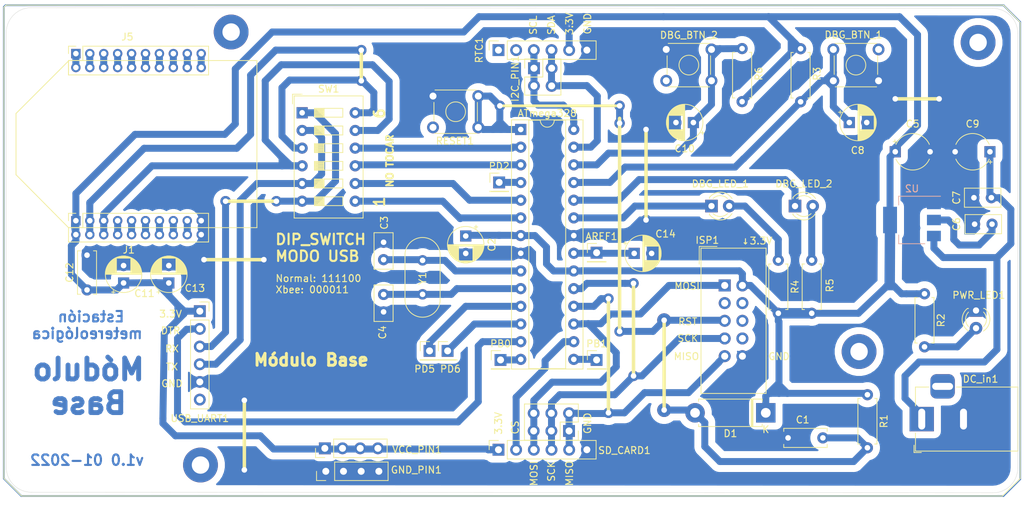
<source format=kicad_pcb>
(kicad_pcb (version 20171130) (host pcbnew "(5.1.5)-3")
  (layers (0 F.Cu signal) (31 B.Cu signal) (34 B.Paste user) (35 F.Paste user) (36 B.SilkS user) (37 F.SilkS user) (38 B.Mask user) (39 F.Mask user) (44 Edge.Cuts user))
  (net 0 "")
  (net 1 RST)
  (net 2 GND)
  (net 3 +3V3)
  (net 4 "Net-(C7-Pad1)")
  (net 5 DBG_BTN_1)
  (net 6 DBG_BTN_2)
  (net 7 DBG_LED_1)
  (net 8 DBG_LED_2)
  (net 9 "Net-(J1-Pad17)")
  (net 10 "Net-(J1-Pad15)")
  (net 11 "Net-(J1-Pad13)")
  (net 12 "Net-(J1-Pad11)")
  (net 13 "Net-(J1-Pad10)")
  (net 14 "Net-(J1-Pad7)")
  (net 15 MOSI)
  (net 16 SCK)
  (net 17 MISO)
  (net 18 USB_DTR)
  (net 19 RTC_SDA)
  (net 20 RTC_SCL)
  (net 21 "Net-(J5-Pad1)")
  (net 22 "Net-(J5-Pad3)")
  (net 23 "Net-(J5-Pad5)")
  (net 24 "Net-(J5-Pad7)")
  (net 25 "Net-(J5-Pad10)")
  (net 26 "Net-(J5-Pad11)")
  (net 27 "Net-(J5-Pad13)")
  (net 28 "Net-(J5-Pad15)")
  (net 29 "Net-(J5-Pad17)")
  (net 30 "Net-(J5-Pad19)")
  (net 31 SD_CS)
  (net 32 "Net-(ATmega328-Pad14)")
  (net 33 "Net-(ATmega328-Pad12)")
  (net 34 "Net-(ATmega328-Pad11)")
  (net 35 "Net-(ATmega328-Pad10)")
  (net 36 "Net-(ATmega328-Pad9)")
  (net 37 "Net-(ATmega328-Pad4)")
  (net 38 "Net-(ATmega328-Pad15)")
  (net 39 "Net-(DBG_LED_1-Pad2)")
  (net 40 "Net-(DBG_LED_2-Pad2)")
  (net 41 "Net-(ISP1-Pad3)")
  (net 42 "Net-(ISP1-Pad4)")
  (net 43 "Net-(ISP1-Pad6)")
  (net 44 "Net-(ISP1-Pad8)")
  (net 45 "Net-(PWR_LED1-Pad2)")
  (net 46 "Net-(RTC1-Pad1)")
  (net 47 "Net-(RTC1-Pad2)")
  (net 48 "Net-(USB_UART1-Pad6)")
  (net 49 "Net-(AREF1-Pad1)")
  (net 50 "Net-(ATmega328-Pad6)")
  (net 51 "Net-(ATmega328-Pad5)")
  (net 52 "Net-(ATmega328-Pad3)")
  (net 53 "Net-(ATmega328-Pad2)")
  (net 54 Xbee_RX)
  (net 55 Xbee_TX)
  (net 56 USB_TX)
  (net 57 USB_RX)
  (module Connector_PinSocket_2.54mm:PinSocket_2x03_P2.54mm_Vertical (layer F.Cu) (at 179.14 93.9 270)
    (fp_text reference " " (at -1.27 -2.77 90) (layer F.SilkS))
    (fp_text value " ")
    (pad 1 thru_hole rect (at 0 0 270) (size 1.7 1.7) (drill 1) (layers *.Cu *.Mask) (net 17 MISO))
    (pad 2 thru_hole oval (at -2.54 0 270) (size 1.7 1.7) (drill 1) (layers *.Cu *.Mask) (net 17 MISO))
    (pad 3 thru_hole oval (at 0 2.54 270) (size 1.7 1.7) (drill 1) (layers *.Cu *.Mask) (net 16 SCK))
    (pad 4 thru_hole oval (at -2.54 2.54 270) (size 1.7 1.7) (drill 1) (layers *.Cu *.Mask) (net 16 SCK))
    (pad 5 thru_hole oval (at 0 5.08 270) (size 1.7 1.7) (drill 1) (layers *.Cu *.Mask) (net 15 MOSI))
    (pad 6 thru_hole oval (at -2.54 5.08 270) (size 1.7 1.7) (drill 1) (layers *.Cu *.Mask) (net 15 MOSI))
  )
  (module MountingHole:MountingHole_2.5mm_Pad (layer F.Cu) (at 220.8 82.5)
    (fp_text reference " " (at 0 -3.5) (layer F.SilkS))
    (fp_text value MountingHole_2.5mm_Pad)
    (pad 1 thru_hole circle (at 0 0) (size 5 5) (drill 2.5) (layers *.Cu *.Mask))
  )
  (module MountingHole:MountingHole_2.5mm_Pad (layer F.Cu) (at 126.2 98.8)
    (fp_text reference " " (at 0 -3.5) (layer F.SilkS))
    (fp_text value MountingHole_2.5mm_Pad)
    (pad 1 thru_hole circle (at 0 0) (size 5 5) (drill 2.5) (layers *.Cu *.Mask))
  )
  (module Connector_Wire:SolderWirePad_1x01_Drill0.8mm (layer F.Cu) (at 135.3 69.3)
    (fp_text reference " " (at 0 -2.54) (layer F.SilkS))
    (fp_text value " ")
    (pad 1 thru_hole circle (at 0 0) (size 1.5 1.5) (drill 0.8001) (layers *.Cu *.Mask) (net 2 GND))
  )
  (module Connector_Wire:SolderWirePad_1x01_Drill0.8mm (layer F.Cu) (at 126.7 69.3)
    (fp_text reference " " (at 0 -2.54) (layer F.SilkS))
    (fp_text value " ")
    (pad 1 thru_hole circle (at 0 0) (size 1.5 1.5) (drill 0.8001) (layers *.Cu *.Mask) (net 2 GND))
  )
  (module Connector_Wire:SolderWirePad_1x01_Drill0.8mm (layer F.Cu) (at 232.3 46.2)
    (fp_text reference " " (at 0 -2.54) (layer F.SilkS))
    (fp_text value " ")
    (pad 1 thru_hole circle (at 0 0) (size 1.5 1.5) (drill 0.8001) (layers *.Cu *.Mask) (net 2 GND))
  )
  (module Connector_Wire:SolderWirePad_1x01_Drill0.8mm (layer F.Cu) (at 226 46.2)
    (fp_text reference " " (at 0 -2.54) (layer F.SilkS))
    (fp_text value " ")
    (pad 1 thru_hole circle (at 0 0) (size 1.5 1.5) (drill 0.8001) (layers *.Cu *.Mask) (net 2 GND))
  )
  (module MountingHole:MountingHole_2.5mm_Pad (layer F.Cu) (at 130.6 36.6)
    (fp_text reference " " (at 0 -3.5) (layer F.SilkS))
    (fp_text value MountingHole_2.5mm_Pad)
    (pad 1 thru_hole circle (at 0 0) (size 5 5) (drill 2.5) (layers *.Cu *.Mask))
  )
  (module Connector_Wire:SolderWirePad_1x01_Drill0.8mm (layer F.Cu) (at 129.8 60.9)
    (fp_text reference " " (at 0 -2.54) (layer F.SilkS))
    (fp_text value " ")
    (pad 1 thru_hole circle (at 0 0) (size 1.5 1.5) (drill 0.8001) (layers *.Cu *.Mask))
  )
  (module Connector_Wire:SolderWirePad_1x01_Drill0.8mm (layer F.Cu) (at 149.3 39.2)
    (fp_text reference " " (at 0 -2.54) (layer F.SilkS))
    (fp_text value " ")
    (pad 1 thru_hole circle (at 0 0) (size 1.5 1.5) (drill 0.8001) (layers *.Cu *.Mask))
  )
  (module Connector_Wire:SolderWirePad_1x01_Drill0.8mm (layer F.Cu) (at 149.3 43.6)
    (fp_text reference " " (at 0 -2.54) (layer F.SilkS))
    (fp_text value " ")
    (pad 1 thru_hole circle (at 0 0) (size 1.5 1.5) (drill 0.8001) (layers *.Cu *.Mask))
  )
  (module Connector_Wire:SolderWirePad_1x01_Drill0.8mm (layer F.Cu) (at 186.4 47.2)
    (fp_text reference " " (at 0 -2.54) (layer F.SilkS))
    (fp_text value " ")
    (pad 1 thru_hole circle (at 0 0) (size 1.5 1.5) (drill 0.8001) (layers *.Cu *.Mask))
  )
  (module Connector_Wire:SolderWirePad_1x01_Drill0.8mm (layer F.Cu) (at 186.4 49.7)
    (fp_text reference " " (at 0 -2.54) (layer F.SilkS))
    (fp_text value " ")
    (pad 1 thru_hole circle (at 0 0) (size 1.5 1.5) (drill 0.8001) (layers *.Cu *.Mask))
  )
  (module Capacitor_THT:C_Disc_D5.0mm_W2.5mm_P2.50mm (layer F.Cu) (at 152.5 66.8 270)
    (fp_text reference C3 (at -2.8 -0.1 90) (layer F.SilkS))
    (fp_text value 100n)
    (pad 1 thru_hole circle (at 0 0 270) (size 1.6 1.6) (drill 0.8) (layers *.Cu *.Mask) (net 2 GND))
    (pad 2 thru_hole circle (at 2.5 0 270) (size 1.6 1.6) (drill 0.8) (layers *.Cu *.Mask) (net 36 "Net-(ATmega328-Pad9)"))
  )
  (module Capacitor_THT:C_Disc_D5.0mm_W2.5mm_P2.50mm (layer F.Cu) (at 152.5 76.8 90)
    (fp_text reference C4 (at -2.95 -0.15 90) (layer F.SilkS))
    (fp_text value 100n)
    (pad 2 thru_hole circle (at 2.5 0 90) (size 1.6 1.6) (drill 0.8) (layers *.Cu *.Mask) (net 35 "Net-(ATmega328-Pad10)"))
    (pad 1 thru_hole circle (at 0 0 90) (size 1.6 1.6) (drill 0.8) (layers *.Cu *.Mask) (net 2 GND))
  )
  (module Connector_PinHeader_2.54mm:PinHeader_1x01_P2.54mm_Vertical (layer F.Cu) (at 159.1 82.4)
    (fp_text reference PD5 (at -0.7 2.6) (layer F.SilkS))
    (fp_text value " ")
    (pad 1 thru_hole rect (at 0 0) (size 1.7 1.7) (drill 1) (layers *.Cu *.Mask) (net 34 "Net-(ATmega328-Pad11)"))
  )
  (module Crystal:Crystal_HC49-4H_Vertical (layer F.Cu) (at 158.1 69.4 270)
    (fp_text reference Y1 (at 2.6 0 90) (layer F.SilkS))
    (fp_text value Crystal)
    (pad 1 thru_hole circle (at 0 0 270) (size 1.5 1.5) (drill 0.8) (layers *.Cu *.Mask) (net 36 "Net-(ATmega328-Pad9)"))
    (pad 2 thru_hole circle (at 4.88 0 270) (size 1.5 1.5) (drill 0.8) (layers *.Cu *.Mask) (net 35 "Net-(ATmega328-Pad10)"))
  )
  (module Connector_PinHeader_2.54mm:PinHeader_1x01_P2.54mm_Vertical (layer F.Cu) (at 161.7 82.4)
    (fp_text reference PD6 (at 0.4 2.6) (layer F.SilkS))
    (fp_text value " ")
    (pad 1 thru_hole rect (at 0 0) (size 1.7 1.7) (drill 1) (layers *.Cu *.Mask) (net 33 "Net-(ATmega328-Pad12)"))
  )
  (module MountingHole:MountingHole_2.5mm_Pad (layer F.Cu) (at 237.9 38.1)
    (fp_text reference " " (at 0 -3.5) (layer F.SilkS))
    (fp_text value MountingHole_2.5mm_Pad)
    (pad 1 thru_hole circle (at 0 0) (size 5 5) (drill 2.5) (layers *.Cu *.Mask))
  )
  (module Connector_Wire:SolderWirePad_1x01_Drill0.8mm (layer F.Cu) (at 137.1 60.9)
    (fp_text reference " " (at 0 -2.54) (layer F.SilkS))
    (fp_text value " ")
    (pad 1 thru_hole circle (at 0 0) (size 1.5 1.5) (drill 0.8001) (layers *.Cu *.Mask) (net 57 USB_RX))
  )
  (module Connector_Wire:SolderWirePad_1x01_Drill0.8mm (layer F.Cu) (at 132.5 99.5)
    (fp_text reference " " (at 0 -2.54) (layer F.SilkS))
    (fp_text value " ")
    (pad 1 thru_hole circle (at 0 0) (size 1.5 1.5) (drill 0.8001) (layers *.Cu *.Mask) (net 2 GND))
  )
  (module Connector_Wire:SolderWirePad_1x01_Drill0.8mm (layer F.Cu) (at 132.5 89.5)
    (fp_text reference " " (at 0 -2.54) (layer F.SilkS))
    (fp_text value " ")
    (pad 1 thru_hole circle (at 0 0) (size 1.5 1.5) (drill 0.8001) (layers *.Cu *.Mask) (net 2 GND))
  )
  (module Connector_Wire:SolderWirePad_1x01_Drill0.8mm (layer F.Cu) (at 190.2 63.6)
    (fp_text reference " " (at 0 -2.54) (layer F.SilkS))
    (fp_text value " ")
    (pad 1 thru_hole circle (at 0 0) (size 1.5 1.5) (drill 0.8001) (layers *.Cu *.Mask) (net 2 GND))
  )
  (module Connector_Wire:SolderWirePad_1x01_Drill0.8mm (layer F.Cu) (at 190.2 50.6)
    (fp_text reference " " (at 0 -2.54) (layer F.SilkS))
    (fp_text value " ")
    (pad 1 thru_hole circle (at 0 0) (size 1.5 1.5) (drill 0.8001) (layers *.Cu *.Mask) (net 2 GND))
  )
  (module Connector_Wire:SolderWirePad_1x01_Drill0.8mm (layer F.Cu) (at 192.8 90.9)
    (fp_text reference " " (at 0 -2.54) (layer F.SilkS))
    (fp_text value " ")
    (pad 1 thru_hole circle (at 0 0) (size 2 2) (drill 0.8001) (layers *.Cu *.Mask) (net 1 RST))
  )
  (module Connector_Wire:SolderWirePad_1x01_Drill0.8mm (layer F.Cu) (at 192.8 78)
    (fp_text reference " " (at 0 -2.54) (layer F.SilkS))
    (fp_text value " ")
    (pad 1 thru_hole circle (at 0 0) (size 2 2) (drill 0.8001) (layers *.Cu *.Mask) (net 1 RST))
  )
  (module Resistor_THT:R_Axial_DIN0207_L6.3mm_D2.5mm_P7.62mm_Horizontal (layer F.Cu) (at 230.2 74.2 270)
    (fp_text reference R2 (at 3.81 -2.37 90) (layer F.SilkS))
    (fp_text value 470)
    (pad 1 thru_hole circle (at 0 0 270) (size 1.6 1.6) (drill 0.8) (layers *.Cu *.Mask) (net 3 +3V3))
    (pad 2 thru_hole oval (at 7.62 0 270) (size 1.6 1.6) (drill 0.8) (layers *.Cu *.Mask) (net 45 "Net-(PWR_LED1-Pad2)"))
  )
  (module Connector_Wire:SolderWirePad_1x01_Drill0.8mm (layer F.Cu) (at 169.2 47.2)
    (fp_text reference " " (at 0 -2.54) (layer F.SilkS))
    (fp_text value " ")
    (pad 1 thru_hole circle (at 0 0) (size 1.5 1.5) (drill 0.8001) (layers *.Cu *.Mask) (net 1 RST))
  )
  (module Connector_Wire:SolderWirePad_1x01_Drill0.8mm (layer F.Cu) (at 184.8 91.3)
    (fp_text reference " " (at 0 -2.54) (layer F.SilkS))
    (fp_text value " ")
    (pad 1 thru_hole circle (at 0 0) (size 1.5 1.5) (drill 0.8001) (layers *.Cu *.Mask) (net 17 MISO))
  )
  (module Connector_Wire:SolderWirePad_1x01_Drill0.8mm (layer F.Cu) (at 188.4 86)
    (fp_text reference " " (at 0 -2.54) (layer F.SilkS))
    (fp_text value " ")
    (pad 1 thru_hole circle (at 0 0) (size 1.5 1.5) (drill 0.8001) (layers *.Cu *.Mask) (net 16 SCK))
  )
  (module Connector_Wire:SolderWirePad_1x01_Drill0.8mm (layer F.Cu) (at 188.4 72.7)
    (fp_text reference " " (at 0 -2.54) (layer F.SilkS))
    (fp_text value " ")
    (pad 1 thru_hole circle (at 0 0) (size 1.5 1.5) (drill 0.8001) (layers *.Cu *.Mask) (net 16 SCK))
  )
  (module Connector_Wire:SolderWirePad_1x01_Drill0.8mm (layer F.Cu) (at 186.4 79.6)
    (fp_text reference " " (at 0 -2.54) (layer F.SilkS))
    (fp_text value " ")
    (pad 1 thru_hole circle (at 0 0) (size 1.5 1.5) (drill 0.8001) (layers *.Cu *.Mask) (net 1 RST))
  )
  (module Connector_Wire:SolderWirePad_1x01_Drill0.8mm (layer F.Cu) (at 184.8 74.9)
    (fp_text reference " " (at 0 -2.54) (layer F.SilkS))
    (fp_text value " ")
    (pad 1 thru_hole circle (at 0 0) (size 1.5 1.5) (drill 0.8001) (layers *.Cu *.Mask) (net 17 MISO))
  )
  (module Capacitor_THT:CP_Radial_Tantal_D5.0mm_P5.00mm (layer F.Cu) (at 239.6 53.8 180)
    (fp_text reference C9 (at 2.5 4) (layer F.SilkS))
    (fp_text value 22u_tant)
    (pad 1 thru_hole rect (at 0 0 180) (size 1.6 1.6) (drill 0.8) (layers *.Cu *.Mask) (net 4 "Net-(C7-Pad1)"))
    (pad 2 thru_hole circle (at 5 0 180) (size 1.6 1.6) (drill 0.8) (layers *.Cu *.Mask) (net 2 GND))
  )
  (module Package_DIP:DIP-28_W7.62mm_Socket (layer F.Cu) (at 172.2 50.6)
    (fp_text reference ATmega328 (at 3.81 -2.33) (layer F.SilkS))
    (fp_text value ATmega328P-PU)
    (pad 28 thru_hole oval (at 7.62 0) (size 1.6 1.6) (drill 0.8) (layers *.Cu *.Mask) (net 20 RTC_SCL))
    (pad 14 thru_hole oval (at 0 33.02) (size 1.6 1.6) (drill 0.8) (layers *.Cu *.Mask) (net 32 "Net-(ATmega328-Pad14)"))
    (pad 27 thru_hole oval (at 7.62 2.54) (size 1.6 1.6) (drill 0.8) (layers *.Cu *.Mask) (net 19 RTC_SDA))
    (pad 13 thru_hole oval (at 0 30.48) (size 1.6 1.6) (drill 0.8) (layers *.Cu *.Mask) (net 18 USB_DTR))
    (pad 26 thru_hole oval (at 7.62 5.08) (size 1.6 1.6) (drill 0.8) (layers *.Cu *.Mask) (net 6 DBG_BTN_2))
    (pad 12 thru_hole oval (at 0 27.94) (size 1.6 1.6) (drill 0.8) (layers *.Cu *.Mask) (net 33 "Net-(ATmega328-Pad12)"))
    (pad 25 thru_hole oval (at 7.62 7.62) (size 1.6 1.6) (drill 0.8) (layers *.Cu *.Mask) (net 5 DBG_BTN_1))
    (pad 11 thru_hole oval (at 0 25.4) (size 1.6 1.6) (drill 0.8) (layers *.Cu *.Mask) (net 34 "Net-(ATmega328-Pad11)"))
    (pad 24 thru_hole oval (at 7.62 10.16) (size 1.6 1.6) (drill 0.8) (layers *.Cu *.Mask) (net 8 DBG_LED_2))
    (pad 10 thru_hole oval (at 0 22.86) (size 1.6 1.6) (drill 0.8) (layers *.Cu *.Mask) (net 35 "Net-(ATmega328-Pad10)"))
    (pad 23 thru_hole oval (at 7.62 12.7) (size 1.6 1.6) (drill 0.8) (layers *.Cu *.Mask) (net 7 DBG_LED_1))
    (pad 9 thru_hole oval (at 0 20.32) (size 1.6 1.6) (drill 0.8) (layers *.Cu *.Mask) (net 36 "Net-(ATmega328-Pad9)"))
    (pad 22 thru_hole oval (at 7.62 15.24) (size 1.6 1.6) (drill 0.8) (layers *.Cu *.Mask) (net 2 GND))
    (pad 8 thru_hole oval (at 0 17.78) (size 1.6 1.6) (drill 0.8) (layers *.Cu *.Mask) (net 2 GND))
    (pad 21 thru_hole oval (at 7.62 17.78) (size 1.6 1.6) (drill 0.8) (layers *.Cu *.Mask) (net 49 "Net-(AREF1-Pad1)"))
    (pad 7 thru_hole oval (at 0 15.24) (size 1.6 1.6) (drill 0.8) (layers *.Cu *.Mask) (net 3 +3V3))
    (pad 20 thru_hole oval (at 7.62 20.32) (size 1.6 1.6) (drill 0.8) (layers *.Cu *.Mask) (net 3 +3V3))
    (pad 6 thru_hole oval (at 0 12.7) (size 1.6 1.6) (drill 0.8) (layers *.Cu *.Mask) (net 50 "Net-(ATmega328-Pad6)"))
    (pad 19 thru_hole oval (at 7.62 22.86) (size 1.6 1.6) (drill 0.8) (layers *.Cu *.Mask) (net 16 SCK))
    (pad 5 thru_hole oval (at 0 10.16) (size 1.6 1.6) (drill 0.8) (layers *.Cu *.Mask) (net 51 "Net-(ATmega328-Pad5)"))
    (pad 18 thru_hole oval (at 7.62 25.4) (size 1.6 1.6) (drill 0.8) (layers *.Cu *.Mask) (net 17 MISO))
    (pad 4 thru_hole oval (at 0 7.62) (size 1.6 1.6) (drill 0.8) (layers *.Cu *.Mask) (net 37 "Net-(ATmega328-Pad4)"))
    (pad 17 thru_hole oval (at 7.62 27.94) (size 1.6 1.6) (drill 0.8) (layers *.Cu *.Mask) (net 15 MOSI))
    (pad 3 thru_hole oval (at 0 5.08) (size 1.6 1.6) (drill 0.8) (layers *.Cu *.Mask) (net 52 "Net-(ATmega328-Pad3)"))
    (pad 16 thru_hole oval (at 7.62 30.48) (size 1.6 1.6) (drill 0.8) (layers *.Cu *.Mask) (net 31 SD_CS))
    (pad 2 thru_hole oval (at 0 2.54) (size 1.6 1.6) (drill 0.8) (layers *.Cu *.Mask) (net 53 "Net-(ATmega328-Pad2)"))
    (pad 15 thru_hole oval (at 7.62 33.02) (size 1.6 1.6) (drill 0.8) (layers *.Cu *.Mask) (net 38 "Net-(ATmega328-Pad15)"))
    (pad 1 thru_hole rect (at 0 0) (size 1.6 1.6) (drill 0.8) (layers *.Cu *.Mask) (net 1 RST))
  )
  (module Capacitor_THT:C_Disc_D6.0mm_W2.5mm_P5.00mm (layer F.Cu) (at 215.6 94.9 180)
    (fp_text reference C1 (at 2.9 2.6) (layer F.SilkS))
    (fp_text value 100n)
    (pad 1 thru_hole circle (at 0 0 180) (size 1.6 1.6) (drill 0.8) (layers *.Cu *.Mask) (net 1 RST))
    (pad 2 thru_hole circle (at 5 0 180) (size 1.6 1.6) (drill 0.8) (layers *.Cu *.Mask) (net 2 GND))
  )
  (module Capacitor_THT:CP_Radial_D5.0mm_P2.50mm (layer F.Cu) (at 164.3 65.9 270)
    (fp_text reference C2 (at 1.25 -3.75 90) (layer F.SilkS))
    (fp_text value 1u)
    (pad 1 thru_hole rect (at 0 0 270) (size 1.6 1.6) (drill 0.8) (layers *.Cu *.Mask) (net 3 +3V3))
    (pad 2 thru_hole circle (at 2.5 0 270) (size 1.6 1.6) (drill 0.8) (layers *.Cu *.Mask) (net 2 GND))
  )
  (module Capacitor_THT:CP_Radial_Tantal_D5.0mm_P5.00mm (layer F.Cu) (at 226 53.8)
    (fp_text reference C5 (at 2.5 -4) (layer F.SilkS))
    (fp_text value 22u_tant)
    (pad 2 thru_hole circle (at 5 0) (size 1.6 1.6) (drill 0.8) (layers *.Cu *.Mask) (net 2 GND))
    (pad 1 thru_hole rect (at 0 0) (size 1.6 1.6) (drill 0.8) (layers *.Cu *.Mask) (net 3 +3V3))
  )
  (module Capacitor_THT:C_Disc_D5.0mm_W2.5mm_P2.50mm (layer F.Cu) (at 239.9 64.2 180)
    (fp_text reference C6 (at 5.1 0 90) (layer F.SilkS))
    (fp_text value 100n)
    (pad 2 thru_hole circle (at 2.5 0 180) (size 1.6 1.6) (drill 0.8) (layers *.Cu *.Mask) (net 2 GND))
    (pad 1 thru_hole circle (at 0 0 180) (size 1.6 1.6) (drill 0.8) (layers *.Cu *.Mask) (net 3 +3V3))
  )
  (module Capacitor_THT:C_Disc_D5.0mm_W2.5mm_P2.50mm (layer F.Cu) (at 239.8 60.4 180)
    (fp_text reference C7 (at 5 0 90) (layer F.SilkS))
    (fp_text value 100n)
    (pad 1 thru_hole circle (at 0 0 180) (size 1.6 1.6) (drill 0.8) (layers *.Cu *.Mask) (net 4 "Net-(C7-Pad1)"))
    (pad 2 thru_hole circle (at 2.5 0 180) (size 1.6 1.6) (drill 0.8) (layers *.Cu *.Mask) (net 2 GND))
  )
  (module Capacitor_THT:CP_Radial_D5.0mm_P2.50mm (layer F.Cu) (at 219.4 49.6)
    (fp_text reference C8 (at 1.2 4) (layer F.SilkS))
    (fp_text value 1u)
    (pad 1 thru_hole rect (at 0 0) (size 1.6 1.6) (drill 0.8) (layers *.Cu *.Mask) (net 5 DBG_BTN_1))
    (pad 2 thru_hole circle (at 2.5 0) (size 1.6 1.6) (drill 0.8) (layers *.Cu *.Mask) (net 2 GND))
  )
  (module Capacitor_THT:CP_Radial_D5.0mm_P2.50mm (layer F.Cu) (at 197 49.6 180)
    (fp_text reference C10 (at 1.25 -3.75) (layer F.SilkS))
    (fp_text value 1u)
    (pad 2 thru_hole circle (at 2.5 0 180) (size 1.6 1.6) (drill 0.8) (layers *.Cu *.Mask) (net 2 GND))
    (pad 1 thru_hole rect (at 0 0 180) (size 1.6 1.6) (drill 0.8) (layers *.Cu *.Mask) (net 6 DBG_BTN_2))
  )
  (module LED_THT:LED_D3.0mm_Clear (layer F.Cu) (at 237.6 76.6 270)
    (fp_text reference PWR_LED1 (at -2.2 -0.4 180) (layer F.SilkS))
    (fp_text value PWR_LED)
    (pad 2 thru_hole circle (at 2.54 0 270) (size 1.8 1.8) (drill 0.9) (layers *.Cu *.Mask) (net 45 "Net-(PWR_LED1-Pad2)"))
    (pad 1 thru_hole rect (at 0 0 270) (size 1.8 1.8) (drill 0.9) (layers *.Cu *.Mask) (net 2 GND))
  )
  (module LED_THT:LED_D3.0mm_Clear (layer F.Cu) (at 199.6 61.6)
    (fp_text reference DBG_LED_1 (at 1.27 -3.2) (layer F.SilkS))
    (fp_text value DBG_LED_1)
    (pad 1 thru_hole rect (at 0 0) (size 1.8 1.8) (drill 0.9) (layers *.Cu *.Mask) (net 7 DBG_LED_1))
    (pad 2 thru_hole circle (at 2.54 0) (size 1.8 1.8) (drill 0.9) (layers *.Cu *.Mask) (net 39 "Net-(DBG_LED_1-Pad2)"))
  )
  (module LED_THT:LED_D3.0mm_Clear (layer F.Cu) (at 211.6 61.6)
    (fp_text reference DBG_LED_2 (at 1.27 -3.2) (layer F.SilkS))
    (fp_text value DBG_LED_2)
    (pad 1 thru_hole rect (at 0 0) (size 1.8 1.8) (drill 0.9) (layers *.Cu *.Mask) (net 8 DBG_LED_2))
    (pad 2 thru_hole circle (at 2.54 0) (size 1.8 1.8) (drill 0.9) (layers *.Cu *.Mask) (net 40 "Net-(DBG_LED_2-Pad2)"))
  )
  (module Connector_PinSocket_2.00mm:PinSocket_2x10_P2.00mm_Vertical (layer F.Cu) (at 108.3 63.7 90)
    (fp_text reference J1 (at -4.2 7.6 180) (layer F.SilkS))
    (fp_text value Conn_XbeeS3_a)
    (pad 20 thru_hole oval (at -2 18 90) (size 1.35 1.35) (drill 0.8) (layers *.Cu *.Mask) (net 2 GND))
    (pad 19 thru_hole oval (at 0 18 90) (size 1.35 1.35) (drill 0.8) (layers *.Cu *.Mask) (net 2 GND))
    (pad 18 thru_hole oval (at -2 16 90) (size 1.35 1.35) (drill 0.8) (layers *.Cu *.Mask) (net 9 "Net-(J1-Pad17)"))
    (pad 17 thru_hole oval (at 0 16 90) (size 1.35 1.35) (drill 0.8) (layers *.Cu *.Mask) (net 9 "Net-(J1-Pad17)"))
    (pad 16 thru_hole oval (at -2 14 90) (size 1.35 1.35) (drill 0.8) (layers *.Cu *.Mask) (net 10 "Net-(J1-Pad15)"))
    (pad 15 thru_hole oval (at 0 14 90) (size 1.35 1.35) (drill 0.8) (layers *.Cu *.Mask) (net 10 "Net-(J1-Pad15)"))
    (pad 14 thru_hole oval (at -2 12 90) (size 1.35 1.35) (drill 0.8) (layers *.Cu *.Mask) (net 11 "Net-(J1-Pad13)"))
    (pad 13 thru_hole oval (at 0 12 90) (size 1.35 1.35) (drill 0.8) (layers *.Cu *.Mask) (net 11 "Net-(J1-Pad13)"))
    (pad 12 thru_hole oval (at -2 10 90) (size 1.35 1.35) (drill 0.8) (layers *.Cu *.Mask) (net 12 "Net-(J1-Pad11)"))
    (pad 11 thru_hole oval (at 0 10 90) (size 1.35 1.35) (drill 0.8) (layers *.Cu *.Mask) (net 12 "Net-(J1-Pad11)"))
    (pad 10 thru_hole oval (at -2 8 90) (size 1.35 1.35) (drill 0.8) (layers *.Cu *.Mask) (net 13 "Net-(J1-Pad10)"))
    (pad 9 thru_hole oval (at 0 8 90) (size 1.35 1.35) (drill 0.8) (layers *.Cu *.Mask) (net 13 "Net-(J1-Pad10)"))
    (pad 8 thru_hole oval (at -2 6 90) (size 1.35 1.35) (drill 0.8) (layers *.Cu *.Mask) (net 14 "Net-(J1-Pad7)"))
    (pad 7 thru_hole oval (at 0 6 90) (size 1.35 1.35) (drill 0.8) (layers *.Cu *.Mask) (net 14 "Net-(J1-Pad7)"))
    (pad 6 thru_hole oval (at -2 4 90) (size 1.35 1.35) (drill 0.8) (layers *.Cu *.Mask) (net 54 Xbee_RX))
    (pad 5 thru_hole oval (at 0 4 90) (size 1.35 1.35) (drill 0.8) (layers *.Cu *.Mask) (net 54 Xbee_RX))
    (pad 4 thru_hole oval (at -2 2 90) (size 1.35 1.35) (drill 0.8) (layers *.Cu *.Mask) (net 55 Xbee_TX))
    (pad 3 thru_hole oval (at 0 2 90) (size 1.35 1.35) (drill 0.8) (layers *.Cu *.Mask) (net 55 Xbee_TX))
    (pad 2 thru_hole oval (at -2 0 90) (size 1.35 1.35) (drill 0.8) (layers *.Cu *.Mask) (net 3 +3V3))
    (pad 1 thru_hole rect (at 0 0 90) (size 1.35 1.35) (drill 0.8) (layers *.Cu *.Mask) (net 3 +3V3))
  )
  (module Connector_PinSocket_2.54mm:PinSocket_1x06_P2.54mm_Vertical (layer F.Cu) (at 126.1 76.7)
    (fp_text reference USB_UART1 (at 0 15.4 180) (layer F.SilkS))
    (fp_text value Conn_USB-UART-CP2102)
    (pad 1 thru_hole rect (at 0 0) (size 1.7 1.7) (drill 1) (layers *.Cu *.Mask) (net 3 +3V3))
    (pad 2 thru_hole oval (at 0 2.54) (size 1.7 1.7) (drill 1) (layers *.Cu *.Mask) (net 18 USB_DTR))
    (pad 3 thru_hole oval (at 0 5.08) (size 1.7 1.7) (drill 1) (layers *.Cu *.Mask) (net 57 USB_RX))
    (pad 4 thru_hole oval (at 0 7.62) (size 1.7 1.7) (drill 1) (layers *.Cu *.Mask) (net 56 USB_TX))
    (pad 5 thru_hole oval (at 0 10.16) (size 1.7 1.7) (drill 1) (layers *.Cu *.Mask) (net 2 GND))
    (pad 6 thru_hole oval (at 0 12.7) (size 1.7 1.7) (drill 1) (layers *.Cu *.Mask) (net 48 "Net-(USB_UART1-Pad6)"))
  )
  (module Connector_PinSocket_2.54mm:PinSocket_1x06_P2.54mm_Vertical (layer F.Cu) (at 169 39.2 90)
    (fp_text reference RTC1 (at 0 -2.77 90) (layer F.SilkS))
    (fp_text value Conn_RTC-Module-DS3231)
    (pad 1 thru_hole rect (at 0 0 90) (size 1.7 1.7) (drill 1) (layers *.Cu *.Mask) (net 46 "Net-(RTC1-Pad1)"))
    (pad 2 thru_hole oval (at 0 2.54 90) (size 1.7 1.7) (drill 1) (layers *.Cu *.Mask) (net 47 "Net-(RTC1-Pad2)"))
    (pad 3 thru_hole oval (at 0 5.08 90) (size 1.7 1.7) (drill 1) (layers *.Cu *.Mask) (net 20 RTC_SCL))
    (pad 4 thru_hole oval (at 0 7.62 90) (size 1.7 1.7) (drill 1) (layers *.Cu *.Mask) (net 19 RTC_SDA))
    (pad 5 thru_hole oval (at 0 10.16 90) (size 1.7 1.7) (drill 1) (layers *.Cu *.Mask) (net 3 +3V3))
    (pad 6 thru_hole oval (at 0 12.7 90) (size 1.7 1.7) (drill 1) (layers *.Cu *.Mask) (net 2 GND))
  )
  (module Connector_PinSocket_2.00mm:PinSocket_2x10_P2.00mm_Vertical (layer F.Cu) (at 108.3 39.7 90)
    (fp_text reference J5 (at 2.4 7.4 180) (layer F.SilkS))
    (fp_text value Conn_XbeeS3_b)
    (pad 1 thru_hole rect (at 0 0 90) (size 1.35 1.35) (drill 0.8) (layers *.Cu *.Mask) (net 21 "Net-(J5-Pad1)"))
    (pad 2 thru_hole oval (at -2 0 90) (size 1.35 1.35) (drill 0.8) (layers *.Cu *.Mask) (net 21 "Net-(J5-Pad1)"))
    (pad 3 thru_hole oval (at 0 2 90) (size 1.35 1.35) (drill 0.8) (layers *.Cu *.Mask) (net 22 "Net-(J5-Pad3)"))
    (pad 4 thru_hole oval (at -2 2 90) (size 1.35 1.35) (drill 0.8) (layers *.Cu *.Mask) (net 22 "Net-(J5-Pad3)"))
    (pad 5 thru_hole oval (at 0 4 90) (size 1.35 1.35) (drill 0.8) (layers *.Cu *.Mask) (net 23 "Net-(J5-Pad5)"))
    (pad 6 thru_hole oval (at -2 4 90) (size 1.35 1.35) (drill 0.8) (layers *.Cu *.Mask) (net 23 "Net-(J5-Pad5)"))
    (pad 7 thru_hole oval (at 0 6 90) (size 1.35 1.35) (drill 0.8) (layers *.Cu *.Mask) (net 24 "Net-(J5-Pad7)"))
    (pad 8 thru_hole oval (at -2 6 90) (size 1.35 1.35) (drill 0.8) (layers *.Cu *.Mask) (net 24 "Net-(J5-Pad7)"))
    (pad 9 thru_hole oval (at 0 8 90) (size 1.35 1.35) (drill 0.8) (layers *.Cu *.Mask) (net 25 "Net-(J5-Pad10)"))
    (pad 10 thru_hole oval (at -2 8 90) (size 1.35 1.35) (drill 0.8) (layers *.Cu *.Mask) (net 25 "Net-(J5-Pad10)"))
    (pad 11 thru_hole oval (at 0 10 90) (size 1.35 1.35) (drill 0.8) (layers *.Cu *.Mask) (net 26 "Net-(J5-Pad11)"))
    (pad 12 thru_hole oval (at -2 10 90) (size 1.35 1.35) (drill 0.8) (layers *.Cu *.Mask) (net 26 "Net-(J5-Pad11)"))
    (pad 13 thru_hole oval (at 0 12 90) (size 1.35 1.35) (drill 0.8) (layers *.Cu *.Mask) (net 27 "Net-(J5-Pad13)"))
    (pad 14 thru_hole oval (at -2 12 90) (size 1.35 1.35) (drill 0.8) (layers *.Cu *.Mask) (net 27 "Net-(J5-Pad13)"))
    (pad 15 thru_hole oval (at 0 14 90) (size 1.35 1.35) (drill 0.8) (layers *.Cu *.Mask) (net 28 "Net-(J5-Pad15)"))
    (pad 16 thru_hole oval (at -2 14 90) (size 1.35 1.35) (drill 0.8) (layers *.Cu *.Mask) (net 28 "Net-(J5-Pad15)"))
    (pad 17 thru_hole oval (at 0 16 90) (size 1.35 1.35) (drill 0.8) (layers *.Cu *.Mask) (net 29 "Net-(J5-Pad17)"))
    (pad 18 thru_hole oval (at -2 16 90) (size 1.35 1.35) (drill 0.8) (layers *.Cu *.Mask) (net 29 "Net-(J5-Pad17)"))
    (pad 19 thru_hole oval (at 0 18 90) (size 1.35 1.35) (drill 0.8) (layers *.Cu *.Mask) (net 30 "Net-(J5-Pad19)"))
    (pad 20 thru_hole oval (at -2 18 90) (size 1.35 1.35) (drill 0.8) (layers *.Cu *.Mask) (net 30 "Net-(J5-Pad19)"))
  )
  (module Connector_PinSocket_2.54mm:PinSocket_1x06_P2.54mm_Vertical (layer F.Cu) (at 169 96.6 90)
    (fp_text reference SD_CARD1 (at -0.1 18.1) (layer F.SilkS))
    (fp_text value Conn_SD-Card-Module)
    (pad 1 thru_hole rect (at 0 0 90) (size 1.7 1.7) (drill 1) (layers *.Cu *.Mask) (net 3 +3V3))
    (pad 2 thru_hole oval (at 0 2.54 90) (size 1.7 1.7) (drill 1) (layers *.Cu *.Mask) (net 31 SD_CS))
    (pad 3 thru_hole oval (at 0 5.08 90) (size 1.7 1.7) (drill 1) (layers *.Cu *.Mask) (net 15 MOSI))
    (pad 4 thru_hole oval (at 0 7.62 90) (size 1.7 1.7) (drill 1) (layers *.Cu *.Mask) (net 16 SCK))
    (pad 5 thru_hole oval (at 0 10.16 90) (size 1.7 1.7) (drill 1) (layers *.Cu *.Mask) (net 17 MISO))
    (pad 6 thru_hole oval (at 0 12.7 90) (size 1.7 1.7) (drill 1) (layers *.Cu *.Mask) (net 2 GND))
  )
  (module Connector_BarrelJack:BarrelJack_Horizontal (layer F.Cu) (at 229.8 92.2 180)
    (fp_text reference DC_in1 (at -8.45 5.75) (layer F.SilkS))
    (fp_text value DC_in_5v-18v)
    (pad 1 thru_hole rect (at 0 0 180) (size 3.5 3.5) (drill oval 1 3) (layers *.Cu *.Mask) (net 4 "Net-(C7-Pad1)"))
    (pad 2 thru_hole roundrect (at -6 0 180) (size 3 3.5) (drill oval 1 3) (layers *.Cu *.Mask) (net 2 GND))
    (pad 3 thru_hole roundrect (at -3 4.7 180) (size 3.5 3.5) (drill oval 3 1) (layers *.Cu *.Mask))
  )
  (module Resistor_THT:R_Axial_DIN0207_L6.3mm_D2.5mm_P7.62mm_Horizontal (layer F.Cu) (at 222 88.7 270)
    (fp_text reference R1 (at 3.81 -2.37 90) (layer F.SilkS))
    (fp_text value 47K)
    (pad 1 thru_hole circle (at 0 0 270) (size 1.6 1.6) (drill 0.8) (layers *.Cu *.Mask) (net 3 +3V3))
    (pad 2 thru_hole oval (at 7.62 0 270) (size 1.6 1.6) (drill 0.8) (layers *.Cu *.Mask) (net 1 RST))
  )
  (module Resistor_THT:R_Axial_DIN0207_L6.3mm_D2.5mm_P7.62mm_Horizontal (layer F.Cu) (at 212.4 39 270)
    (fp_text reference R3 (at 3.6 -2.37 270) (layer F.SilkS))
    (fp_text value 10k)
    (pad 2 thru_hole oval (at 7.62 0 270) (size 1.6 1.6) (drill 0.8) (layers *.Cu *.Mask) (net 5 DBG_BTN_1))
    (pad 1 thru_hole circle (at 0 0 270) (size 1.6 1.6) (drill 0.8) (layers *.Cu *.Mask) (net 3 +3V3))
  )
  (module Resistor_THT:R_Axial_DIN0207_L6.3mm_D2.5mm_P7.62mm_Horizontal (layer F.Cu) (at 209.2 77 90)
    (fp_text reference R4 (at 3.8 2.4 90) (layer F.SilkS))
    (fp_text value 470)
    (pad 1 thru_hole circle (at 0 0 90) (size 1.6 1.6) (drill 0.8) (layers *.Cu *.Mask) (net 3 +3V3))
    (pad 2 thru_hole oval (at 7.62 0 90) (size 1.6 1.6) (drill 0.8) (layers *.Cu *.Mask) (net 39 "Net-(DBG_LED_1-Pad2)"))
  )
  (module Resistor_THT:R_Axial_DIN0207_L6.3mm_D2.5mm_P7.62mm_Horizontal (layer F.Cu) (at 214 77 90)
    (fp_text reference R5 (at 4 2.6 90) (layer F.SilkS))
    (fp_text value 470)
    (pad 2 thru_hole oval (at 7.62 0 90) (size 1.6 1.6) (drill 0.8) (layers *.Cu *.Mask) (net 40 "Net-(DBG_LED_2-Pad2)"))
    (pad 1 thru_hole circle (at 0 0 90) (size 1.6 1.6) (drill 0.8) (layers *.Cu *.Mask) (net 3 +3V3))
  )
  (module Resistor_THT:R_Axial_DIN0207_L6.3mm_D2.5mm_P7.62mm_Horizontal (layer F.Cu) (at 204 46.6 90)
    (fp_text reference R6 (at 4 2.4 90) (layer F.SilkS))
    (fp_text value 10k)
    (pad 1 thru_hole circle (at 0 0 90) (size 1.6 1.6) (drill 0.8) (layers *.Cu *.Mask) (net 3 +3V3))
    (pad 2 thru_hole oval (at 7.62 0 90) (size 1.6 1.6) (drill 0.8) (layers *.Cu *.Mask) (net 6 DBG_BTN_2))
  )
  (module Button_Switch_THT:SW_TH_Tactile_Omron_B3F-10xx (layer F.Cu) (at 159.6 45.8)
    (fp_text reference RESET1 (at 3.15 6.45) (layer F.SilkS))
    (fp_text value SW_RESET)
    (pad 4 thru_hole circle (at 6.5 4.5) (size 1.7 1.7) (drill 1) (layers *.Cu *.Mask))
    (pad 3 thru_hole circle (at 0 4.5) (size 1.7 1.7) (drill 1) (layers *.Cu *.Mask))
    (pad 2 thru_hole circle (at 6.5 0) (size 1.7 1.7) (drill 1) (layers *.Cu *.Mask) (net 1 RST))
    (pad 1 thru_hole circle (at 0 0) (size 1.7 1.7) (drill 1) (layers *.Cu *.Mask) (net 2 GND))
  )
  (module Button_Switch_THT:SW_TH_Tactile_Omron_B3F-10xx (layer F.Cu) (at 223.6 43.6 180)
    (fp_text reference DBG_BTN_1 (at 3.6 6.6) (layer F.SilkS))
    (fp_text value SW_Push)
    (pad 4 thru_hole circle (at 6.5 4.5 180) (size 1.7 1.7) (drill 1) (layers *.Cu *.Mask))
    (pad 3 thru_hole circle (at 0 4.5 180) (size 1.7 1.7) (drill 1) (layers *.Cu *.Mask))
    (pad 2 thru_hole circle (at 6.5 0 180) (size 1.7 1.7) (drill 1) (layers *.Cu *.Mask) (net 5 DBG_BTN_1))
    (pad 1 thru_hole circle (at 0 0 180) (size 1.7 1.7) (drill 1) (layers *.Cu *.Mask) (net 2 GND))
  )
  (module Button_Switch_THT:SW_TH_Tactile_Omron_B3F-10xx (layer F.Cu) (at 193.1 39.1)
    (fp_text reference DBG_BTN_2 (at 3.25 -2.05) (layer F.SilkS))
    (fp_text value SW_Push)
    (pad 1 thru_hole circle (at 0 0) (size 1.7 1.7) (drill 1) (layers *.Cu *.Mask) (net 2 GND))
    (pad 2 thru_hole circle (at 6.5 0) (size 1.7 1.7) (drill 1) (layers *.Cu *.Mask) (net 6 DBG_BTN_2))
    (pad 3 thru_hole circle (at 0 4.5) (size 1.7 1.7) (drill 1) (layers *.Cu *.Mask))
    (pad 4 thru_hole circle (at 6.5 4.5) (size 1.7 1.7) (drill 1) (layers *.Cu *.Mask))
  )
  (module Package_TO_SOT_SMD:SOT-223-3_TabPin2 (layer B.Cu) (at 228.4 63.6 180)
    (fp_text reference U2 (at 0 4.5) (layer B.SilkS) (effects (justify mirror)))
    (fp_text value AMS1117-3.3)
    (pad 2 smd rect (at 3.15 0 180) (size 2 3.8) (layers B.Cu B.Paste B.Mask) (net 3 +3V3))
    (pad 2 smd rect (at -3.15 0 180) (size 2 1.5) (layers B.Cu B.Paste B.Mask) (net 3 +3V3))
    (pad 3 smd rect (at -3.15 -2.3 180) (size 2 1.5) (layers B.Cu B.Paste B.Mask) (net 4 "Net-(C7-Pad1)"))
    (pad 1 smd rect (at -3.15 2.3 180) (size 2 1.5) (layers B.Cu B.Paste B.Mask) (net 2 GND))
  )
  (module Capacitor_THT:CP_Radial_D5.0mm_P2.50mm (layer F.Cu) (at 121.65 72.65 90)
    (fp_text reference C11 (at -1.5 -3.5 180) (layer F.SilkS))
    (fp_text value 1u)
    (pad 1 thru_hole rect (at 0 0 90) (size 1.6 1.6) (drill 0.8) (layers *.Cu *.Mask) (net 3 +3V3))
    (pad 2 thru_hole circle (at 2.5 0 90) (size 1.6 1.6) (drill 0.8) (layers *.Cu *.Mask) (net 2 GND))
  )
  (module Capacitor_THT:C_Disc_D6.0mm_W2.5mm_P5.00mm (layer F.Cu) (at 109.9 73.65 90)
    (fp_text reference C12 (at 2.5 -2.5 90) (layer F.SilkS))
    (fp_text value 8.2p)
    (pad 1 thru_hole circle (at 0 0 90) (size 1.6 1.6) (drill 0.8) (layers *.Cu *.Mask) (net 3 +3V3))
    (pad 2 thru_hole circle (at 5 0 90) (size 1.6 1.6) (drill 0.8) (layers *.Cu *.Mask) (net 2 GND))
  )
  (module Capacitor_THT:CP_Radial_D5.0mm_P2.50mm (layer F.Cu) (at 115.15 72.65 90)
    (fp_text reference C13 (at -0.75 10.25 180) (layer F.SilkS))
    (fp_text value 10u)
    (pad 2 thru_hole circle (at 2.5 0 90) (size 1.6 1.6) (drill 0.8) (layers *.Cu *.Mask) (net 2 GND))
    (pad 1 thru_hole rect (at 0 0 90) (size 1.6 1.6) (drill 0.8) (layers *.Cu *.Mask) (net 3 +3V3))
  )
  (module Connector_PinHeader_2.54mm:PinHeader_1x01_P2.54mm_Vertical (layer F.Cu) (at 183.1 68.3)
    (fp_text reference AREF1 (at 0.7 -2.33) (layer F.SilkS))
    (fp_text value Conn_01x01_Male)
    (pad 1 thru_hole rect (at 0 0) (size 1.7 1.7) (drill 1) (layers *.Cu *.Mask) (net 49 "Net-(AREF1-Pad1)"))
  )
  (module Capacitor_THT:CP_Radial_D5.0mm_P2.50mm (layer F.Cu) (at 188.5 68.4)
    (fp_text reference C14 (at 4.5 -2.8) (layer F.SilkS))
    (fp_text value 1u)
    (pad 1 thru_hole rect (at 0 0) (size 1.6 1.6) (drill 0.8) (layers *.Cu *.Mask) (net 49 "Net-(AREF1-Pad1)"))
    (pad 2 thru_hole circle (at 2.5 0) (size 1.6 1.6) (drill 0.8) (layers *.Cu *.Mask) (net 2 GND))
  )
  (module Diode_THT:D_5W_P10.16mm_Horizontal (layer F.Cu) (at 207.4 91.3 180)
    (fp_text reference D1 (at 5.08 -2.97) (layer F.SilkS))
    (fp_text value D)
    (fp_text user K (at 0 -2.4) (layer F.SilkS))
    (pad 1 thru_hole rect (at 0 0 180) (size 2.8 2.8) (drill 1.4) (layers *.Cu *.Mask) (net 3 +3V3))
    (pad 2 thru_hole oval (at 10.16 0 180) (size 2.8 2.8) (drill 1.4) (layers *.Cu *.Mask) (net 1 RST))
  )
  (module Connector_IDC:IDC-Header_2x05_P2.54mm_Vertical (layer F.Cu) (at 201.5 73)
    (fp_text reference ISP1 (at -2.5 -6.5) (layer F.SilkS))
    (fp_text value Conn_ISP)
    (pad 1 thru_hole rect (at 0 0) (size 1.7272 1.7272) (drill 1.016) (layers *.Cu *.Mask) (net 15 MOSI))
    (pad 2 thru_hole oval (at 2.54 0) (size 1.7272 1.7272) (drill 1.016) (layers *.Cu *.Mask) (net 3 +3V3))
    (pad 3 thru_hole oval (at 0 2.54) (size 1.7272 1.7272) (drill 1.016) (layers *.Cu *.Mask) (net 41 "Net-(ISP1-Pad3)"))
    (pad 4 thru_hole oval (at 2.54 2.54) (size 1.7272 1.7272) (drill 1.016) (layers *.Cu *.Mask) (net 42 "Net-(ISP1-Pad4)"))
    (pad 5 thru_hole oval (at 0 5.08) (size 1.7272 1.7272) (drill 1.016) (layers *.Cu *.Mask) (net 1 RST))
    (pad 6 thru_hole oval (at 2.54 5.08) (size 1.7272 1.7272) (drill 1.016) (layers *.Cu *.Mask) (net 43 "Net-(ISP1-Pad6)"))
    (pad 7 thru_hole oval (at 0 7.62) (size 1.7272 1.7272) (drill 1.016) (layers *.Cu *.Mask) (net 16 SCK))
    (pad 8 thru_hole oval (at 2.54 7.62) (size 1.7272 1.7272) (drill 1.016) (layers *.Cu *.Mask) (net 44 "Net-(ISP1-Pad8)"))
    (pad 9 thru_hole oval (at 0 10.16) (size 1.7272 1.7272) (drill 1.016) (layers *.Cu *.Mask) (net 17 MISO))
    (pad 10 thru_hole oval (at 2.54 10.16) (size 1.7272 1.7272) (drill 1.016) (layers *.Cu *.Mask) (net 2 GND))
  )
  (module Connector_PinHeader_2.54mm:PinHeader_1x01_P2.54mm_Vertical (layer F.Cu) (at 169.3 83.7)
    (fp_text reference PB0 (at 0 -2.33) (layer F.SilkS))
    (fp_text value " ")
    (pad 1 thru_hole rect (at 0 0) (size 1.7 1.7) (drill 1) (layers *.Cu *.Mask) (net 32 "Net-(ATmega328-Pad14)"))
  )
  (module Connector_PinHeader_2.54mm:PinHeader_1x01_P2.54mm_Vertical (layer F.Cu) (at 183.1 83.7)
    (fp_text reference PB1 (at 0 -2.33) (layer F.SilkS))
    (fp_text value " ")
    (pad 1 thru_hole rect (at 0 0) (size 1.7 1.7) (drill 1) (layers *.Cu *.Mask) (net 38 "Net-(ATmega328-Pad15)"))
  )
  (module Connector_PinHeader_2.54mm:PinHeader_1x01_P2.54mm_Vertical (layer F.Cu) (at 169.1 58.2)
    (fp_text reference PD2 (at 0 -2.33) (layer F.SilkS))
    (fp_text value " ")
    (pad 1 thru_hole rect (at 0 0) (size 1.7 1.7) (drill 1) (layers *.Cu *.Mask) (net 37 "Net-(ATmega328-Pad4)"))
  )
  (module Button_Switch_THT:SW_DIP_SPSTx06_Slide_9.78x17.42mm_W7.62mm_P2.54mm (layer F.Cu) (at 140.8 48.2)
    (fp_text reference SW1 (at 3.81 -3.42) (layer F.SilkS))
    (fp_text value SW_DIP_x06)
    (pad 1 thru_hole rect (at 0 0) (size 1.6 1.6) (drill 0.8) (layers *.Cu *.Mask) (net 57 USB_RX))
    (pad 7 thru_hole oval (at 7.62 12.7) (size 1.6 1.6) (drill 0.8) (layers *.Cu *.Mask) (net 50 "Net-(ATmega328-Pad6)"))
    (pad 2 thru_hole oval (at 0 2.54) (size 1.6 1.6) (drill 0.8) (layers *.Cu *.Mask) (net 56 USB_TX))
    (pad 8 thru_hole oval (at 7.62 10.16) (size 1.6 1.6) (drill 0.8) (layers *.Cu *.Mask) (net 51 "Net-(ATmega328-Pad5)"))
    (pad 3 thru_hole oval (at 0 5.08) (size 1.6 1.6) (drill 0.8) (layers *.Cu *.Mask) (net 55 Xbee_TX))
    (pad 9 thru_hole oval (at 7.62 7.62) (size 1.6 1.6) (drill 0.8) (layers *.Cu *.Mask) (net 52 "Net-(ATmega328-Pad3)"))
    (pad 4 thru_hole oval (at 0 7.62) (size 1.6 1.6) (drill 0.8) (layers *.Cu *.Mask) (net 54 Xbee_RX))
    (pad 10 thru_hole oval (at 7.62 5.08) (size 1.6 1.6) (drill 0.8) (layers *.Cu *.Mask) (net 53 "Net-(ATmega328-Pad2)"))
    (pad 5 thru_hole oval (at 0 10.16) (size 1.6 1.6) (drill 0.8) (layers *.Cu *.Mask) (net 56 USB_TX))
    (pad 11 thru_hole oval (at 7.62 2.54) (size 1.6 1.6) (drill 0.8) (layers *.Cu *.Mask) (net 54 Xbee_RX))
    (pad 6 thru_hole oval (at 0 12.7) (size 1.6 1.6) (drill 0.8) (layers *.Cu *.Mask) (net 57 USB_RX))
    (pad 12 thru_hole oval (at 7.62 0) (size 1.6 1.6) (drill 0.8) (layers *.Cu *.Mask) (net 55 Xbee_TX))
  )
  (module Connector_PinHeader_2.54mm:PinHeader_1x04_P2.54mm_Vertical (layer F.Cu) (at 144.2 99.7 90)
    (fp_text reference GND_PIN1 (at 0.2 13 180) (layer F.SilkS))
    (fp_text value " ")
    (pad 1 thru_hole rect (at 0 0 90) (size 1.7 1.7) (drill 1) (layers *.Cu *.Mask) (net 2 GND))
    (pad 2 thru_hole oval (at 0 2.54 90) (size 1.7 1.7) (drill 1) (layers *.Cu *.Mask) (net 2 GND))
    (pad 3 thru_hole oval (at 0 5.08 90) (size 1.7 1.7) (drill 1) (layers *.Cu *.Mask) (net 2 GND))
    (pad 4 thru_hole oval (at 0 7.62 90) (size 1.7 1.7) (drill 1) (layers *.Cu *.Mask) (net 2 GND))
  )
  (module Connector_PinHeader_2.54mm:PinHeader_1x04_P2.54mm_Vertical (layer F.Cu) (at 144.06 96.4 90)
    (fp_text reference VCC_PIN1 (at -0.2 13.24 180) (layer F.SilkS))
    (fp_text value " ")
    (pad 4 thru_hole oval (at 0 7.62 90) (size 1.7 1.7) (drill 1) (layers *.Cu *.Mask) (net 3 +3V3))
    (pad 3 thru_hole oval (at 0 5.08 90) (size 1.7 1.7) (drill 1) (layers *.Cu *.Mask) (net 3 +3V3))
    (pad 2 thru_hole oval (at 0 2.54 90) (size 1.7 1.7) (drill 1) (layers *.Cu *.Mask) (net 3 +3V3))
    (pad 1 thru_hole rect (at 0 0 90) (size 1.7 1.7) (drill 1) (layers *.Cu *.Mask) (net 3 +3V3))
  )
  (module Connector_PinSocket_2.54mm:PinSocket_2x02_P2.54mm_Vertical (layer F.Cu) (at 174.1 41.8 90)
    (fp_text reference I2C_PIN1 (at -1.5 -2.7 90) (layer F.SilkS))
    (fp_text value " ")
    (pad 1 thru_hole rect (at 0 0 90) (size 1.7 1.7) (drill 1) (layers *.Cu *.Mask) (net 20 RTC_SCL))
    (pad 2 thru_hole oval (at -2.54 0 90) (size 1.7 1.7) (drill 1) (layers *.Cu *.Mask) (net 20 RTC_SCL))
    (pad 3 thru_hole oval (at 0 2.54 90) (size 1.7 1.7) (drill 1) (layers *.Cu *.Mask) (net 19 RTC_SDA))
    (pad 4 thru_hole oval (at -2.54 2.54 90) (size 1.7 1.7) (drill 1) (layers *.Cu *.Mask) (net 19 RTC_SDA))
  )
  (gr_line (start 243.95 100.75) (end 243.95 35.2) (layer F.SilkS) (width 0.12))
  (gr_line (start 241.4 103.25) (end 243.95 100.75) (layer F.SilkS) (width 0.12))
  (gr_line (start 100.5 103.25) (end 241.4 103.25) (layer F.SilkS) (width 0.12))
  (gr_line (start 97.95 100.7) (end 100.5 103.25) (layer F.SilkS) (width 0.12))
  (gr_line (start 97.95 33.05) (end 97.95 100.7) (layer F.SilkS) (width 0.12))
  (gr_line (start 98.25 32.75) (end 97.95 33.05) (layer F.SilkS) (width 0.12))
  (gr_line (start 98.35 32.75) (end 98.25 32.75) (layer F.SilkS) (width 0.12))
  (gr_line (start 241.55 32.75) (end 98.35 32.75) (layer F.SilkS) (width 0.12))
  (gr_line (start 243.9 35.15) (end 241.55 32.75) (layer F.SilkS) (width 0.12))
  (gr_text "Módulo Base" (at 142.1 83.7) (layer F.SilkS) (effects (font (size 1.7 1.7) (thickness 0.425))))
  (gr_text "NO TOCAR" (at 153.4 55.1 90) (layer F.SilkS) (effects (font (size 1 1) (thickness 0.25))))
  (gr_text "Normal: 111100\nXbee: 000011\n" (at 136.9 72.8) (layer F.SilkS) (effects (font (size 1 1)) (justify left)))
  (gr_text "DIP_SWITCH\nMODO USB" (at 136.8 67.6) (layer F.SilkS) (effects (font (size 1.5 1.5) (thickness 0.3)) (justify left)))
  (gr_text 6 (at 151.9 48.3 90) (layer F.SilkS) (effects (font (size 1.5 1.5) (thickness 0.3))))
  (gr_text 1 (at 151.9 61 90) (layer F.SilkS) (effects (font (size 1.5 1.5) (thickness 0.3))))
  (gr_line (start 135.3 69.3) (end 126.8 69.3) (layer F.SilkS) (width 0.5))
  (gr_line (start 232.3 46.2) (end 226 46.2) (layer F.SilkS) (width 0.5))
  (gr_line (start 137.1 60.9) (end 129.8 60.9) (layer F.SilkS) (width 0.5))
  (gr_text "RST\n" (at 196.2 78.2) (layer F.SilkS) (effects (font (size 1 1))))
  (gr_line (start 132.5 99.5) (end 132.5 89.5) (layer F.SilkS) (width 0.5))
  (gr_line (start 190.2 63.6) (end 190.2 50.6) (layer F.SilkS) (width 0.5))
  (gr_text ↓3.3V (at 206.1 66.6) (layer F.SilkS) (effects (font (size 1 1))))
  (gr_text GND (at 209.3 83.2) (layer F.SilkS) (effects (font (size 1 1))))
  (gr_text SCK (at 196.2 80.6) (layer F.SilkS) (effects (font (size 1 1))))
  (gr_text MOSI (at 196.1 73.1) (layer F.SilkS) (effects (font (size 1 1))))
  (gr_text MISO (at 196 83.2) (layer F.SilkS) (effects (font (size 1 1))))
  (gr_line (start 192.8 90.8) (end 192.8 78) (layer F.SilkS) (width 0.5))
  (gr_text 3.3V (at 121.9 77.1) (layer F.SilkS) (effects (font (size 1 1))))
  (gr_text TX (at 122.1 84.7) (layer F.SilkS) (effects (font (size 1 1))))
  (gr_text DTR (at 121.9 79.5) (layer F.SilkS) (effects (font (size 1 1))))
  (gr_text RX (at 122.1 82.1) (layer F.SilkS) (effects (font (size 1 1))))
  (gr_text GND (at 122.1 87.1) (layer F.SilkS) (effects (font (size 1 1))))
  (gr_text CS (at 171.4 93.4 90) (layer F.SilkS) (effects (font (size 1 1))))
  (gr_text MOSI (at 174.1 100 90) (layer F.SilkS) (effects (font (size 1 1))))
  (gr_text SCK (at 176.6 99.7 90) (layer F.SilkS) (effects (font (size 1 1))))
  (gr_text MISO (at 179.2 100 90) (layer F.SilkS) (effects (font (size 1 1))))
  (gr_text 3.3V (at 169 92.8 90) (layer F.SilkS) (effects (font (size 1 1))))
  (gr_text GND (at 181.8 92.8 90) (layer F.SilkS) (effects (font (size 1 1))))
  (gr_text SCL (at 174 35.6 90) (layer F.SilkS) (effects (font (size 1 1))))
  (gr_text SDA (at 176.6 35.6 90) (layer F.SilkS) (effects (font (size 1 1))))
  (gr_text 3.3V (at 179.2 35.4 90) (layer F.SilkS) (effects (font (size 1 1))))
  (gr_text GND (at 181.8 35.4 90) (layer F.SilkS) (effects (font (size 1 1))))
  (gr_text "v1.0 01-2022" (at 109.9 98.1) (layer B.Cu) (effects (font (size 1.5 1.5) (thickness 0.3)) (justify mirror)))
  (gr_text "Módulo\nBase" (at 110.1 87.5) (layer B.Cu) (effects (font (size 3 3) (thickness 0.7)) (justify mirror)))
  (gr_text "Estación \nmetereológica\n" (at 109.9 78.7) (layer B.Cu) (effects (font (size 1.5 1.5) (thickness 0.3)) (justify mirror)))
  (gr_line (start 101.9 102.7) (end 240 102.8) (layer Edge.Cuts) (width 0.05))
  (gr_line (start 98.3 36.7) (end 98.3 99.1) (layer Edge.Cuts) (width 0.05))
  (gr_line (start 240 33.2) (end 101.9 33.1) (layer Edge.Cuts) (width 0.05))
  (gr_line (start 243.6 99.2) (end 243.6 36.8) (layer Edge.Cuts) (width 0.05))
  (gr_arc (start 240 99.2) (end 240 102.8) (angle -90) (layer Edge.Cuts) (width 0.05))
  (gr_arc (start 101.9 99.1) (end 98.3 99.1) (angle -90) (layer Edge.Cuts) (width 0.05))
  (gr_arc (start 101.9 36.7) (end 101.9 33.1) (angle -90) (layer Edge.Cuts) (width 0.05))
  (gr_arc (start 240 36.8) (end 243.6 36.8) (angle -90) (layer Edge.Cuts) (width 0.05))
  (gr_line (start 186.6 47.2) (end 169.2 47.2) (layer F.SilkS) (width 0.4))
  (gr_line (start 149.3 43.5) (end 149.3 39.3) (layer F.SilkS) (width 0.5))
  (gr_line (start 99.7 57.1) (end 107.24 64.7) (layer F.SilkS) (width 0.12))
  (gr_line (start 99.7 48.3) (end 107.3 40.7) (layer F.SilkS) (width 0.12))
  (gr_line (start 99.7 48.3) (end 99.7 57.1) (layer F.SilkS) (width 0.12))
  (gr_line (start 107.24 40.7) (end 107.24 42.76) (layer F.SilkS) (width 0.12))
  (gr_line (start 134.3 40.7) (end 107.24 40.7) (layer F.SilkS) (width 0.12))
  (gr_line (start 134.3 50.5) (end 134.3 40.7) (layer F.SilkS) (width 0.12))
  (gr_line (start 134.3 64.7) (end 134.3 50.5) (layer F.SilkS) (width 0.12))
  (gr_line (start 107.24 64.7) (end 134.3 64.7) (layer F.SilkS) (width 0.12))
  (gr_line (start 184.8 74.9) (end 184.8 91.4) (layer F.SilkS) (width 0.5))
  (gr_line (start 188.4 86) (end 188.4 72.9) (layer F.SilkS) (width 0.5))
  (gr_line (start 186.4 49) (end 186.4 79.6) (layer F.SilkS) (width 0.5))
  (segment (start 186.4 47.2) (end 186.4 49.7) (width 1) (layer B.Cu) (net 0))
  (segment (start 241.55 32.763567) (end 241.55 32.75) (width 0.25) (layer B.Cu) (net 0))
  (segment (start 243.95001 35.163577) (end 241.55 32.763567) (width 0.25) (layer B.Cu) (net 0))
  (segment (start 243.95001 100.836422) (end 243.95001 35.163577) (width 0.25) (layer B.Cu) (net 0))
  (segment (start 98.2 32.75) (end 97.94999 33.00001) (width 0.25) (layer B.Cu) (net 0))
  (segment (start 241.536432 103.25) (end 243.95001 100.836422) (width 0.25) (layer B.Cu) (net 0))
  (segment (start 241.55 32.75) (end 98.2 32.75) (width 0.25) (layer B.Cu) (net 0))
  (segment (start 97.94999 33.00001) (end 97.94999 100.736423) (width 0.25) (layer B.Cu) (net 0))
  (segment (start 97.94999 100.736423) (end 100.463567 103.25) (width 0.25) (layer B.Cu) (net 0))
  (segment (start 100.463567 103.25) (end 241.536432 103.25) (width 0.25) (layer B.Cu) (net 0))
  (segment (start 166.8 50.6) (end 166.4 50.2) (width 1) (layer B.Cu) (net 1))
  (segment (start 169.2 50.4) (end 169.4 50.6) (width 1) (layer B.Cu) (net 1))
  (segment (start 166.1 45.8) (end 166.1 50.3) (width 1) (layer B.Cu) (net 1))
  (segment (start 170.3 50.6) (end 169.2 49.5) (width 1) (layer B.Cu) (net 1))
  (segment (start 172.2 50.6) (end 170.6 50.6) (width 1) (layer B.Cu) (net 1))
  (segment (start 170.6 50.6) (end 169.4 50.6) (width 1) (layer B.Cu) (net 1))
  (segment (start 169.2 49.5) (end 169.2 50.4) (width 1) (layer B.Cu) (net 1))
  (segment (start 170.6 50.6) (end 170.3 50.6) (width 1) (layer B.Cu) (net 1))
  (segment (start 169.2 47.4) (end 169.2 49.5) (width 1) (layer B.Cu) (net 1))
  (segment (start 169.2 49.5) (end 169.2 49.6) (width 1) (layer B.Cu) (net 1))
  (segment (start 169.4 50.6) (end 168.2 50.6) (width 1) (layer B.Cu) (net 1))
  (segment (start 169.2 49.6) (end 168.2 50.6) (width 1) (layer B.Cu) (net 1))
  (segment (start 168.2 50.6) (end 166.8 50.6) (width 1) (layer B.Cu) (net 1))
  (segment (start 167.8 45.8) (end 166.1 45.8) (width 1) (layer B.Cu) (net 1))
  (segment (start 169.2 47.2) (end 167.8 45.8) (width 1) (layer B.Cu) (net 1))
  (segment (start 191.2 79.6) (end 192.8 78) (width 1) (layer B.Cu) (net 1))
  (segment (start 186.4 79.6) (end 191.2 79.6) (width 1) (layer B.Cu) (net 1))
  (segment (start 201.42 78) (end 201.5 78.08) (width 1) (layer B.Cu) (net 1))
  (segment (start 192.8 78) (end 201.42 78) (width 1) (layer B.Cu) (net 1))
  (segment (start 220.58 94.9) (end 222 96.32) (width 1) (layer B.Cu) (net 1))
  (segment (start 215.6 94.9) (end 220.58 94.9) (width 1) (layer B.Cu) (net 1))
  (segment (start 220.02 98.3) (end 222 96.32) (width 1) (layer B.Cu) (net 1))
  (segment (start 196.84 90.9) (end 197.24 91.3) (width 1) (layer B.Cu) (net 1))
  (segment (start 192.8 90.9) (end 196.84 90.9) (width 1) (layer B.Cu) (net 1))
  (segment (start 197.24 91.3) (end 198.639999 92.699999) (width 1) (layer B.Cu) (net 1))
  (segment (start 198.639999 96.139999) (end 200.8 98.3) (width 1) (layer B.Cu) (net 1))
  (segment (start 198.639999 92.699999) (end 198.639999 96.139999) (width 1) (layer B.Cu) (net 1))
  (segment (start 200.8 98.3) (end 220.02 98.3) (width 1) (layer B.Cu) (net 1))
  (segment (start 115.15 70.15) (end 121.65 70.15) (width 1) (layer B.Cu) (net 2))
  (segment (start 109.9 69.78137) (end 110.26863 70.15) (width 1) (layer B.Cu) (net 2))
  (segment (start 110.26863 70.15) (end 115.15 70.15) (width 1) (layer B.Cu) (net 2))
  (segment (start 109.9 68.65) (end 109.9 69.78137) (width 1) (layer B.Cu) (net 2))
  (segment (start 225.25 54.55) (end 226 53.8) (width 1) (layer B.Cu) (net 3))
  (segment (start 225.25 63.6) (end 225.25 54.55) (width 1) (layer B.Cu) (net 3))
  (segment (start 239.9 65.33137) (end 238.03137 67.2) (width 1) (layer B.Cu) (net 3))
  (segment (start 239.9 64.2) (end 239.9 65.33137) (width 1) (layer B.Cu) (net 3))
  (segment (start 238.03137 67.2) (end 235.2 67.2) (width 1) (layer B.Cu) (net 3))
  (segment (start 235.2 67.2) (end 234.4 66.4) (width 1) (layer B.Cu) (net 3))
  (segment (start 234.4 66.4) (end 234.4 64.4) (width 1) (layer B.Cu) (net 3))
  (segment (start 234.4 64.4) (end 233.6 63.6) (width 1) (layer B.Cu) (net 3))
  (segment (start 108.3 65.7) (end 108.3 63.7) (width 1) (layer B.Cu) (net 3))
  (segment (start 171.06863 65.84) (end 171.02863 65.8) (width 1) (layer B.Cu) (net 3))
  (segment (start 172.2 65.84) (end 171.06863 65.84) (width 1) (layer B.Cu) (net 3))
  (segment (start 171.02863 65.8) (end 169 65.8) (width 1) (layer B.Cu) (net 3))
  (segment (start 126.1 76.7) (end 124.25 76.7) (width 1) (layer B.Cu) (net 3))
  (segment (start 108.3 64.7) (end 108.1 64.5) (width 1) (layer B.Cu) (net 3))
  (segment (start 108.3 65.7) (end 108.1 64.5) (width 1) (layer B.Cu) (net 3))
  (segment (start 108.1 64.5) (end 108.3 63.1) (width 1) (layer B.Cu) (net 3))
  (segment (start 233.6 63.6) (end 231.55 63.6) (width 1) (layer B.Cu) (net 3))
  (segment (start 211.6 39) (end 212.4 39) (width 1) (layer B.Cu) (net 3))
  (segment (start 226 53.2) (end 226 53.8) (width 1) (layer B.Cu) (net 3))
  (segment (start 229.2 50) (end 226 53.2) (width 1) (layer B.Cu) (net 3))
  (segment (start 169.2 96.4) (end 169 96.6) (width 1) (layer B.Cu) (net 3))
  (segment (start 123.9 76.7) (end 124.25 76.7) (width 1) (layer B.Cu) (net 3))
  (segment (start 123.9 76.7) (end 123.9 76.9) (width 1) (layer B.Cu) (net 3))
  (segment (start 178.8 35.2) (end 180 35.2) (width 1) (layer B.Cu) (net 3))
  (segment (start 179.16 36.56) (end 179.16 39.2) (width 1) (layer B.Cu) (net 3))
  (segment (start 179.16 36.56) (end 177.8 35.2) (width 1) (layer B.Cu) (net 3))
  (segment (start 177.8 35.2) (end 178.8 35.2) (width 1) (layer B.Cu) (net 3))
  (segment (start 123.9 76.9) (end 122.95 77.85) (width 1) (layer B.Cu) (net 3))
  (segment (start 212.4 39) (end 211.600001 38.200001) (width 1) (layer B.Cu) (net 3))
  (segment (start 167.5 96.6) (end 167.9 96.6) (width 1) (layer B.Cu) (net 3))
  (segment (start 167.5 96.6) (end 169 96.6) (width 1) (layer B.Cu) (net 3))
  (segment (start 211.05 37.65) (end 211 37.6) (width 1) (layer B.Cu) (net 3))
  (segment (start 211.05 39.55) (end 211.05 37.65) (width 1) (layer B.Cu) (net 3))
  (segment (start 211.600001 38.200001) (end 211 37.6) (width 1) (layer B.Cu) (net 3))
  (segment (start 211.05 39.55) (end 211.6 39) (width 1) (layer B.Cu) (net 3))
  (segment (start 211 37.6) (end 208.6 35.2) (width 1) (layer B.Cu) (net 3))
  (segment (start 229.2 37) (end 229.2 50) (width 1) (layer B.Cu) (net 3))
  (segment (start 229.2 37) (end 227.3 35.1) (width 1) (layer B.Cu) (net 3))
  (segment (start 214 77) (end 212.9 77) (width 1.5) (layer B.Cu) (net 3))
  (segment (start 212.9 77) (end 210.3 77) (width 1.5) (layer B.Cu) (net 3))
  (segment (start 210.3 77) (end 209.2 77) (width 1.5) (layer B.Cu) (net 3))
  (segment (start 221.8 88.5) (end 222 88.7) (width 1) (layer B.Cu) (net 3))
  (segment (start 209.2 78.13137) (end 209.3 78.23137) (width 1) (layer B.Cu) (net 3))
  (segment (start 209.2 77) (end 209.2 78.13137) (width 1) (layer B.Cu) (net 3))
  (segment (start 209.3 87.3) (end 210.5 88.5) (width 1) (layer B.Cu) (net 3))
  (segment (start 209.3 78.23137) (end 209.3 87.1) (width 1) (layer B.Cu) (net 3))
  (segment (start 209.3 87.1) (end 209.3 88.5) (width 1) (layer B.Cu) (net 3))
  (segment (start 209.3 88.5) (end 210.5 88.5) (width 1) (layer B.Cu) (net 3))
  (segment (start 210.5 88.5) (end 221.8 88.5) (width 1) (layer B.Cu) (net 3))
  (segment (start 209.3 87.3) (end 208.1 88.5) (width 1) (layer B.Cu) (net 3))
  (segment (start 209.3 87.1) (end 209.3 87.3) (width 1) (layer B.Cu) (net 3))
  (segment (start 208.1 88.5) (end 209.3 88.5) (width 1) (layer B.Cu) (net 3))
  (segment (start 172.2 65.84) (end 174.24 65.84) (width 1) (layer B.Cu) (net 3))
  (segment (start 174.24 65.84) (end 175.9 67.5) (width 1) (layer B.Cu) (net 3))
  (segment (start 175.9 67.5) (end 175.9 69.9) (width 1) (layer B.Cu) (net 3))
  (segment (start 176.92 70.92) (end 179.82 70.92) (width 1) (layer B.Cu) (net 3))
  (segment (start 175.9 69.9) (end 176.92 70.92) (width 1) (layer B.Cu) (net 3))
  (segment (start 180.95137 70.92) (end 180.97137 70.9) (width 1) (layer B.Cu) (net 3))
  (segment (start 179.82 70.92) (end 180.95137 70.92) (width 1) (layer B.Cu) (net 3))
  (segment (start 180.97137 70.9) (end 203.6 70.9) (width 1) (layer B.Cu) (net 3))
  (segment (start 204.04 71.34) (end 204.04 73) (width 1) (layer B.Cu) (net 3))
  (segment (start 203.6 70.9) (end 204.04 71.34) (width 1) (layer B.Cu) (net 3))
  (segment (start 225.25 63.6) (end 225.2 72.5) (width 1.5) (layer B.Cu) (net 3))
  (segment (start 227.6 74.2) (end 226.9 74.2) (width 1) (layer B.Cu) (net 3))
  (segment (start 229.06863 74.2) (end 227.6 74.2) (width 1) (layer B.Cu) (net 3))
  (segment (start 230.2 74.2) (end 229.06863 74.2) (width 1) (layer B.Cu) (net 3))
  (segment (start 214 77) (end 220.7 77) (width 1) (layer B.Cu) (net 3))
  (segment (start 224.7 73.2) (end 224.6 73.3) (width 1) (layer B.Cu) (net 3))
  (segment (start 226.9 74.2) (end 225.9 73.2) (width 1) (layer B.Cu) (net 3))
  (segment (start 225.9 73.2) (end 224.7 73.2) (width 1) (layer B.Cu) (net 3))
  (segment (start 225.9 73.2) (end 225.2 72.5) (width 1) (layer B.Cu) (net 3))
  (segment (start 224.6 73.3) (end 225.2 72.5) (width 1) (layer B.Cu) (net 3))
  (segment (start 220.7 77) (end 224.6 73.3) (width 1) (layer B.Cu) (net 3))
  (segment (start 164.4 65.8) (end 164.3 65.9) (width 1) (layer B.Cu) (net 3))
  (segment (start 169.2 65.8) (end 164.4 65.8) (width 1) (layer B.Cu) (net 3))
  (segment (start 204 46.6) (end 211.05 39.55) (width 1) (layer B.Cu) (net 3))
  (segment (start 208.6 35.2) (end 207.8 34.4) (width 1) (layer B.Cu) (net 3))
  (segment (start 226.6 34.4) (end 229.2 37) (width 1) (layer B.Cu) (net 3))
  (segment (start 207.8 34.4) (end 226.6 34.4) (width 1) (layer B.Cu) (net 3))
  (segment (start 192.7 34.4) (end 207.8 34.4) (width 1) (layer B.Cu) (net 3))
  (segment (start 181.2 34.4) (end 192.7 34.4) (width 1) (layer B.Cu) (net 3))
  (segment (start 180.6 35) (end 181.2 34.4) (width 1) (layer B.Cu) (net 3))
  (segment (start 166.2 34.4) (end 177 34.4) (width 1) (layer B.Cu) (net 3))
  (segment (start 131.2 41.9) (end 136.5 36.6) (width 1) (layer B.Cu) (net 3))
  (segment (start 177 34.4) (end 177.8 35.2) (width 1) (layer B.Cu) (net 3))
  (segment (start 136.5 36.6) (end 164 36.6) (width 1) (layer B.Cu) (net 3))
  (segment (start 108.3 59.8) (end 116.8 51.3) (width 1) (layer B.Cu) (net 3))
  (segment (start 108.3 63.7) (end 108.3 59.8) (width 1) (layer B.Cu) (net 3))
  (segment (start 116.8 51.3) (end 129.7 51.3) (width 1) (layer B.Cu) (net 3))
  (segment (start 129.7 51.3) (end 131.2 49.8) (width 1) (layer B.Cu) (net 3))
  (segment (start 164 36.6) (end 166.2 34.4) (width 1) (layer B.Cu) (net 3))
  (segment (start 131.2 49.8) (end 131.2 41.9) (width 1) (layer B.Cu) (net 3))
  (segment (start 177 34.4) (end 181.2 34.4) (width 1) (layer B.Cu) (net 3))
  (segment (start 179.16 36.56) (end 181.3 34.42) (width 1) (layer B.Cu) (net 3))
  (segment (start 181.3 34.42) (end 181.3 34.4) (width 1) (layer B.Cu) (net 3))
  (segment (start 205.2 73) (end 209.2 77) (width 1) (layer B.Cu) (net 3))
  (segment (start 204.04 73) (end 205.2 73) (width 1) (layer B.Cu) (net 3))
  (segment (start 122.95 77.85) (end 122.95 75.95) (width 1) (layer B.Cu) (net 3))
  (segment (start 123 75.9) (end 123.9 76.7) (width 1) (layer B.Cu) (net 3))
  (segment (start 122.95 75.95) (end 123 75.9) (width 1) (layer B.Cu) (net 3))
  (segment (start 108.3 66.654594) (end 107.65 67.304594) (width 1) (layer B.Cu) (net 3))
  (segment (start 107.65 67.304594) (end 107.65 71.4) (width 1) (layer B.Cu) (net 3))
  (segment (start 107.65 71.4) (end 109.9 73.65) (width 1) (layer B.Cu) (net 3))
  (segment (start 108.3 65.7) (end 108.3 66.654594) (width 1) (layer B.Cu) (net 3))
  (segment (start 114.15 73.65) (end 115.15 72.65) (width 1) (layer B.Cu) (net 3))
  (segment (start 109.9 73.65) (end 114.15 73.65) (width 1) (layer B.Cu) (net 3))
  (segment (start 119.8 72.6) (end 121.65 72.65) (width 1) (layer B.Cu) (net 3))
  (segment (start 121.65 74.45) (end 119.8 72.6) (width 1) (layer B.Cu) (net 3))
  (segment (start 121.65 72.65) (end 121.65 74.45) (width 1) (layer B.Cu) (net 3))
  (segment (start 121.65 74.45) (end 123 75.9) (width 1) (layer B.Cu) (net 3))
  (segment (start 115.15 72.65) (end 119.8 72.6) (width 1) (layer B.Cu) (net 3))
  (segment (start 209.2 87.1) (end 209.3 87.1) (width 1) (layer B.Cu) (net 3))
  (segment (start 207.4 88.9) (end 209.2 87.1) (width 1) (layer B.Cu) (net 3))
  (segment (start 207.4 91.3) (end 207.4 88.9) (width 1) (layer B.Cu) (net 3))
  (segment (start 167.4 96.5) (end 167.5 96.6) (width 1) (layer B.Cu) (net 3))
  (segment (start 136.7 96.5) (end 167.4 96.5) (width 1) (layer B.Cu) (net 3))
  (segment (start 134.8 94.6) (end 136.7 96.5) (width 1) (layer B.Cu) (net 3))
  (segment (start 120.8 92.8) (end 122.6 94.6) (width 1) (layer B.Cu) (net 3))
  (segment (start 123.7 77.1) (end 123.8 77.1) (width 1) (layer B.Cu) (net 3))
  (segment (start 122.95 77.85) (end 123.7 77.1) (width 1) (layer B.Cu) (net 3))
  (segment (start 121 79.9) (end 120.8 92.1) (width 1) (layer B.Cu) (net 3))
  (segment (start 122.6 94.6) (end 134.8 94.6) (width 1) (layer B.Cu) (net 3))
  (segment (start 123.8 77.1) (end 121 79.9) (width 1) (layer B.Cu) (net 3))
  (segment (start 120.8 92.1) (end 120.8 92.8) (width 1) (layer B.Cu) (net 3))
  (segment (start 239.6 60.2) (end 239.8 60.4) (width 1) (layer B.Cu) (net 4))
  (segment (start 239.6 53.8) (end 239.6 60.2) (width 1) (layer B.Cu) (net 4))
  (segment (start 240.93137 60.4) (end 242.6 62.06863) (width 1) (layer B.Cu) (net 4))
  (segment (start 242.6 62.06863) (end 242.6 67) (width 1) (layer B.Cu) (net 4))
  (segment (start 242.6 67) (end 240.6 69) (width 1) (layer B.Cu) (net 4))
  (segment (start 239.8 60.4) (end 240.93137 60.4) (width 1) (layer B.Cu) (net 4))
  (segment (start 240.6 69) (end 232.9 69) (width 1) (layer B.Cu) (net 4))
  (segment (start 231.55 67.65) (end 231.55 65.9) (width 1) (layer B.Cu) (net 4))
  (segment (start 232.9 69) (end 231.55 67.65) (width 1) (layer B.Cu) (net 4))
  (segment (start 229.8 92.2) (end 229.8 91.6) (width 1) (layer B.Cu) (net 4))
  (segment (start 229.8 91.6) (end 227.4 89.2) (width 1) (layer B.Cu) (net 4))
  (segment (start 227.4 89.2) (end 227.4 86) (width 1) (layer B.Cu) (net 4))
  (segment (start 227.4 86) (end 229.4 84) (width 1) (layer B.Cu) (net 4))
  (segment (start 229.4 84) (end 238.8 84) (width 1) (layer B.Cu) (net 4))
  (segment (start 240.6 82.2) (end 240.6 69) (width 1) (layer B.Cu) (net 4))
  (segment (start 238.8 84) (end 240.6 82.2) (width 1) (layer B.Cu) (net 4))
  (segment (start 217.1 47.3) (end 219.4 49.6) (width 1) (layer B.Cu) (net 5))
  (segment (start 215.42 43.6) (end 212.4 46.62) (width 1) (layer B.Cu) (net 5))
  (segment (start 180.95137 58.22) (end 180.97137 58.2) (width 1) (layer B.Cu) (net 5))
  (segment (start 179.82 58.22) (end 180.95137 58.22) (width 1) (layer B.Cu) (net 5))
  (segment (start 180.97137 58.2) (end 185 58.2) (width 1) (layer B.Cu) (net 5))
  (segment (start 204.22 54.8) (end 212.4 46.62) (width 1) (layer B.Cu) (net 5))
  (segment (start 185 58.2) (end 187.2 56) (width 1) (layer B.Cu) (net 5))
  (segment (start 204.2 54.8) (end 203 56) (width 1) (layer B.Cu) (net 5))
  (segment (start 204.22 54.8) (end 204.2 54.8) (width 1) (layer B.Cu) (net 5))
  (segment (start 187.2 56) (end 203 56) (width 1) (layer B.Cu) (net 5))
  (segment (start 217.1 44.5) (end 216.2 43.6) (width 1) (layer B.Cu) (net 5))
  (segment (start 217.1 43.6) (end 216.2 43.6) (width 1) (layer B.Cu) (net 5))
  (segment (start 216.2 43.6) (end 215.42 43.6) (width 1) (layer B.Cu) (net 5))
  (segment (start 217.1 44.5) (end 217.1 47.3) (width 1) (layer B.Cu) (net 5))
  (segment (start 217.1 43.6) (end 217.1 44.5) (width 1) (layer B.Cu) (net 5))
  (segment (start 216.2 43.3) (end 217.1 42.4) (width 1) (layer B.Cu) (net 5))
  (segment (start 216.2 43.6) (end 216.2 43.3) (width 1) (layer B.Cu) (net 5))
  (segment (start 217.1 39.1) (end 217.1 42.4) (width 1) (layer B.Cu) (net 5))
  (segment (start 217.1 42.4) (end 217.1 43.6) (width 1) (layer B.Cu) (net 5))
  (segment (start 199.6 47) (end 199.6 43.6) (width 1) (layer B.Cu) (net 6))
  (segment (start 197 49.6) (end 199.6 47) (width 1) (layer B.Cu) (net 6))
  (segment (start 199.7 39.2) (end 199.6 39.1) (width 1) (layer B.Cu) (net 6))
  (segment (start 184.8 54) (end 183.12 55.68) (width 1) (layer B.Cu) (net 6))
  (segment (start 194.8 54) (end 184.8 54) (width 1) (layer B.Cu) (net 6))
  (segment (start 183.12 55.68) (end 179.82 55.68) (width 1) (layer B.Cu) (net 6))
  (segment (start 197 49.6) (end 197 51.8) (width 1) (layer B.Cu) (net 6))
  (segment (start 197 51.8) (end 194.8 54) (width 1) (layer B.Cu) (net 6))
  (segment (start 199.72 38.98) (end 199.6 39.1) (width 1) (layer B.Cu) (net 6))
  (segment (start 199.6 40.3) (end 199.6 40.2) (width 1) (layer B.Cu) (net 6))
  (segment (start 199.6 39.1) (end 199.6 40.3) (width 1) (layer B.Cu) (net 6))
  (segment (start 199.6 40.3) (end 199.6 43.6) (width 1) (layer B.Cu) (net 6))
  (segment (start 200.8 39) (end 199.72 38.98) (width 1) (layer B.Cu) (net 6))
  (segment (start 199.6 40.2) (end 200.8 39) (width 1) (layer B.Cu) (net 6))
  (segment (start 204 38.98) (end 200.8 39) (width 1) (layer B.Cu) (net 6))
  (segment (start 199.6 61.6) (end 188.6 61.6) (width 1) (layer B.Cu) (net 7))
  (segment (start 186.9 63.3) (end 179.82 63.3) (width 1) (layer B.Cu) (net 7))
  (segment (start 188.6 61.6) (end 186.9 63.3) (width 1) (layer B.Cu) (net 7))
  (segment (start 211.6 59.2) (end 211.6 61.6) (width 1) (layer B.Cu) (net 8))
  (segment (start 189.2 57.8) (end 210.2 57.8) (width 1) (layer B.Cu) (net 8))
  (segment (start 179.82 60.76) (end 186.24 60.76) (width 1) (layer B.Cu) (net 8))
  (segment (start 210.2 57.8) (end 211.6 59.2) (width 1) (layer B.Cu) (net 8))
  (segment (start 186.24 60.76) (end 189.2 57.8) (width 1) (layer B.Cu) (net 8))
  (segment (start 124.3 65.7) (end 124.3 63.7) (width 1) (layer B.Cu) (net 9))
  (segment (start 122.3 63.7) (end 122.3 65.7) (width 1) (layer B.Cu) (net 10))
  (segment (start 120.3 65.7) (end 120.3 63.7) (width 1) (layer B.Cu) (net 11))
  (segment (start 118.3 63.7) (end 118.3 65.7) (width 1) (layer B.Cu) (net 12))
  (segment (start 116.3 65.7) (end 116.3 63.7) (width 1) (layer B.Cu) (net 13))
  (segment (start 114.3 63.7) (end 114.3 65.7) (width 1) (layer B.Cu) (net 14))
  (segment (start 180.95137 78.54) (end 180.99137 78.5) (width 1) (layer B.Cu) (net 15))
  (segment (start 179.82 78.54) (end 180.95137 78.54) (width 1) (layer B.Cu) (net 15))
  (segment (start 180.99137 78.5) (end 181.9 78.5) (width 1) (layer B.Cu) (net 15))
  (segment (start 181.9 78.5) (end 183.7 78.5) (width 1) (layer B.Cu) (net 15))
  (segment (start 183.7 78.5) (end 185.1 77.1) (width 1) (layer B.Cu) (net 15))
  (segment (start 185.1 77.1) (end 189.4 77.1) (width 1) (layer B.Cu) (net 15))
  (segment (start 193.5 73) (end 201.5 73) (width 1) (layer B.Cu) (net 15))
  (segment (start 189.4 77.1) (end 193.5 73) (width 1) (layer B.Cu) (net 15))
  (segment (start 185.75 82.5) (end 182.739999 79.339999) (width 1) (layer B.Cu) (net 15))
  (segment (start 174.08 89.52) (end 176.7 86.9) (width 1) (layer B.Cu) (net 15))
  (segment (start 183.7 86.9) (end 185.925 84.675) (width 1) (layer B.Cu) (net 15))
  (segment (start 185.925 82.675) (end 185.75 82.5) (width 1) (layer B.Cu) (net 15))
  (segment (start 185.925 84.675) (end 185.925 82.675) (width 1) (layer B.Cu) (net 15))
  (segment (start 182.739999 79.339999) (end 181.9 78.5) (width 1) (layer B.Cu) (net 15))
  (segment (start 174.08 96.6) (end 174.08 89.52) (width 1) (layer B.Cu) (net 15))
  (segment (start 176.7 86.9) (end 183.7 86.9) (width 1) (layer B.Cu) (net 15))
  (segment (start 201.5 80.62) (end 194.98 80.62) (width 1) (layer B.Cu) (net 16))
  (segment (start 189.6 86) (end 188.4 86) (width 1) (layer B.Cu) (net 16))
  (segment (start 194.98 80.62) (end 189.6 86) (width 1) (layer B.Cu) (net 16))
  (segment (start 180.95137 73.46) (end 181.71137 72.7) (width 1) (layer B.Cu) (net 16))
  (segment (start 179.82 73.46) (end 180.95137 73.46) (width 1) (layer B.Cu) (net 16))
  (segment (start 181.71137 72.7) (end 187.2 72.7) (width 1) (layer B.Cu) (net 16))
  (segment (start 187.2 72.7) (end 187.8 72.7) (width 1) (layer B.Cu) (net 16))
  (segment (start 185.7 88.7) (end 188.4 86) (width 1) (layer B.Cu) (net 16))
  (segment (start 177.8 88.7) (end 185.7 88.7) (width 1) (layer B.Cu) (net 16))
  (segment (start 176.62 96.6) (end 176.62 89.88) (width 1) (layer B.Cu) (net 16))
  (segment (start 176.62 89.88) (end 177.8 88.7) (width 1) (layer B.Cu) (net 16))
  (segment (start 179.16 96.6) (end 179.16 93.44) (width 1) (layer B.Cu) (net 17))
  (segment (start 183.6 75.03934) (end 183.73934 74.9) (width 1) (layer B.Cu) (net 17))
  (segment (start 183.6 75.1) (end 183.6 75.03934) (width 1) (layer B.Cu) (net 17))
  (segment (start 182.7 76) (end 183.6 75.1) (width 1) (layer B.Cu) (net 17))
  (segment (start 183.73934 74.9) (end 184.8 74.9) (width 1) (layer B.Cu) (net 17))
  (segment (start 179.82 76) (end 182.7 76) (width 1) (layer B.Cu) (net 17))
  (segment (start 184.6 91.4) (end 184.9 91.1) (width 1) (layer B.Cu) (net 17))
  (segment (start 180.4 91.4) (end 184.6 91.4) (width 1) (layer B.Cu) (net 17))
  (segment (start 179.14 93.9) (end 179.14 91.36) (width 1) (layer B.Cu) (net 17))
  (segment (start 180.36 91.36) (end 180.4 91.4) (width 1) (layer B.Cu) (net 17))
  (segment (start 179.14 91.36) (end 180.36 91.36) (width 1) (layer B.Cu) (net 17))
  (segment (start 200.636401 84.023599) (end 200.636401 84.063599) (width 1) (layer B.Cu) (net 17))
  (segment (start 196.3 88.4) (end 190 88.4) (width 1) (layer B.Cu) (net 17))
  (segment (start 201.5 83.16) (end 200.636401 84.023599) (width 1) (layer B.Cu) (net 17))
  (segment (start 190 88.4) (end 187.1 91.3) (width 1) (layer B.Cu) (net 17))
  (segment (start 187.1 91.3) (end 184.8 91.3) (width 1) (layer B.Cu) (net 17))
  (segment (start 200.636401 84.063599) (end 196.3 88.4) (width 1) (layer B.Cu) (net 17))
  (segment (start 166.72 81.08) (end 172.2 81.08) (width 1) (layer B.Cu) (net 18))
  (segment (start 166.1 81.7) (end 166.72 81.08) (width 1) (layer B.Cu) (net 18))
  (segment (start 166.1 89.7) (end 166.1 81.7) (width 1) (layer B.Cu) (net 18))
  (segment (start 163.2 92.6) (end 166.1 89.7) (width 1) (layer B.Cu) (net 18))
  (segment (start 124 92.6) (end 163.2 92.6) (width 1) (layer B.Cu) (net 18))
  (segment (start 122.9 91.5) (end 124 92.6) (width 1) (layer B.Cu) (net 18))
  (segment (start 126.1 79.24) (end 124.897919 79.24) (width 1) (layer B.Cu) (net 18))
  (segment (start 124.2 79.3) (end 122.9 80.6) (width 1) (layer B.Cu) (net 18))
  (segment (start 124.897919 79.24) (end 124.837919 79.3) (width 1) (layer B.Cu) (net 18))
  (segment (start 124.837919 79.3) (end 124.2 79.3) (width 1) (layer B.Cu) (net 18))
  (segment (start 122.9 80.6) (end 122.9 91.5) (width 1) (layer B.Cu) (net 18))
  (segment (start 176.62 44.32) (end 176.64 44.34) (width 1) (layer B.Cu) (net 19))
  (segment (start 176.62 39.2) (end 176.62 44.32) (width 1) (layer B.Cu) (net 19))
  (segment (start 177.842081 44.34) (end 177.882081 44.3) (width 1) (layer B.Cu) (net 19))
  (segment (start 176.64 44.34) (end 177.842081 44.34) (width 1) (layer B.Cu) (net 19))
  (segment (start 177.882081 44.3) (end 181.7 44.3) (width 1) (layer B.Cu) (net 19))
  (segment (start 181.7 44.3) (end 183.2 45.8) (width 1) (layer B.Cu) (net 19))
  (segment (start 183.2 45.8) (end 183.2 52.2) (width 1) (layer B.Cu) (net 19))
  (segment (start 182.26 53.14) (end 179.82 53.14) (width 1) (layer B.Cu) (net 19))
  (segment (start 183.2 52.2) (end 182.26 53.14) (width 1) (layer B.Cu) (net 19))
  (segment (start 174.08 39.2) (end 174.08 40.48) (width 1) (layer B.Cu) (net 20))
  (segment (start 179.82 49.46863) (end 179.8 49.44863) (width 1) (layer B.Cu) (net 20))
  (segment (start 179.82 50.6) (end 179.82 49.46863) (width 1) (layer B.Cu) (net 20))
  (segment (start 179.8 49.44863) (end 179.8 48.6) (width 1) (layer B.Cu) (net 20))
  (segment (start 179.8 48.6) (end 178.3 47.1) (width 1) (layer B.Cu) (net 20))
  (segment (start 178.3 47.1) (end 174.7 47.1) (width 1) (layer B.Cu) (net 20))
  (segment (start 174.1 46.5) (end 174.1 44.34) (width 1) (layer B.Cu) (net 20))
  (segment (start 174.7 47.1) (end 174.1 46.5) (width 1) (layer B.Cu) (net 20))
  (segment (start 174.1 39.22) (end 174.08 39.2) (width 1) (layer B.Cu) (net 20))
  (segment (start 174.1 44.34) (end 174.1 39.22) (width 1) (layer B.Cu) (net 20))
  (segment (start 108.3 39.7) (end 108.3 41.7) (width 1) (layer B.Cu) (net 21))
  (segment (start 110.3 41.7) (end 110.3 39.7) (width 1) (layer B.Cu) (net 22))
  (segment (start 112.3 39.7) (end 112.3 41.7) (width 1) (layer B.Cu) (net 23))
  (segment (start 114.3 39.7) (end 114.3 41.7) (width 1) (layer B.Cu) (net 24))
  (segment (start 116.3 39.7) (end 116.3 41.7) (width 1) (layer B.Cu) (net 25))
  (segment (start 118.3 41.7) (end 118.3 39.7) (width 1) (layer B.Cu) (net 26))
  (segment (start 120.3 39.7) (end 120.3 41.7) (width 1) (layer B.Cu) (net 27))
  (segment (start 122.3 41.7) (end 122.3 39.7) (width 1) (layer B.Cu) (net 28))
  (segment (start 124.3 39.7) (end 124.3 41.7) (width 1) (layer B.Cu) (net 29))
  (segment (start 126.3 41.7) (end 126.3 39.7) (width 1) (layer B.Cu) (net 30))
  (segment (start 175.7 84.9) (end 171.54 89.06) (width 1) (layer B.Cu) (net 31))
  (segment (start 171.54 89.06) (end 171.54 96.6) (width 1) (layer B.Cu) (net 31))
  (segment (start 175.7 83.8) (end 175.7 84.9) (width 1) (layer B.Cu) (net 31))
  (segment (start 179.82 81.08) (end 178.42 81.08) (width 1) (layer B.Cu) (net 31))
  (segment (start 178.42 81.08) (end 175.7 83.8) (width 1) (layer B.Cu) (net 31))
  (segment (start 172.12 83.7) (end 172.2 83.62) (width 1) (layer B.Cu) (net 32))
  (segment (start 169.4 83.7) (end 172.12 83.7) (width 1) (layer B.Cu) (net 32))
  (segment (start 165.5 78.6) (end 161.7 82.4) (width 1) (layer B.Cu) (net 33))
  (segment (start 165.56 78.54) (end 165.5 78.6) (width 1) (layer B.Cu) (net 33))
  (segment (start 172.2 78.54) (end 165.56 78.54) (width 1) (layer B.Cu) (net 33))
  (segment (start 172.2 76) (end 164.3 76) (width 1) (layer B.Cu) (net 34))
  (segment (start 159.1 81.2) (end 159.1 82.4) (width 1) (layer B.Cu) (net 34))
  (segment (start 164.3 76) (end 159.1 81.2) (width 1) (layer B.Cu) (net 34))
  (segment (start 158.1 74.28) (end 152.52 74.28) (width 1) (layer B.Cu) (net 35))
  (segment (start 152.52 74.28) (end 152.5 74.3) (width 1) (layer B.Cu) (net 35))
  (segment (start 161.02 74.28) (end 158.1 74.28) (width 1) (layer B.Cu) (net 35))
  (segment (start 162.22 74.28) (end 161.02 74.28) (width 1) (layer B.Cu) (net 35))
  (segment (start 172.2 73.46) (end 163.04 73.46) (width 1) (layer B.Cu) (net 35))
  (segment (start 163.04 73.46) (end 162.22 74.28) (width 1) (layer B.Cu) (net 35))
  (segment (start 152.5 69.3) (end 158 69.3) (width 1) (layer B.Cu) (net 36))
  (segment (start 162.82 70.92) (end 172.2 70.92) (width 1) (layer B.Cu) (net 36))
  (segment (start 161.3 69.4) (end 162.82 70.92) (width 1) (layer B.Cu) (net 36))
  (segment (start 158.1 69.4) (end 161.3 69.4) (width 1) (layer B.Cu) (net 36))
  (segment (start 172.18 58.2) (end 172.2 58.22) (width 1) (layer B.Cu) (net 37))
  (segment (start 169.1 58.2) (end 172.18 58.2) (width 1) (layer B.Cu) (net 37))
  (segment (start 183.02 83.62) (end 183.1 83.7) (width 1) (layer B.Cu) (net 38))
  (segment (start 179.82 83.62) (end 183.02 83.62) (width 1) (layer B.Cu) (net 38))
  (segment (start 209.2 66.4) (end 209.2 69.38) (width 1) (layer B.Cu) (net 39))
  (segment (start 202.14 61.6) (end 204.4 61.6) (width 1) (layer B.Cu) (net 39))
  (segment (start 204.4 61.6) (end 209.2 66.4) (width 1) (layer B.Cu) (net 39))
  (segment (start 214 61.74) (end 214.14 61.6) (width 1) (layer B.Cu) (net 40))
  (segment (start 214 69.38) (end 214 61.74) (width 1) (layer B.Cu) (net 40))
  (segment (start 234.92 81.82) (end 237.6 79.14) (width 1) (layer B.Cu) (net 45))
  (segment (start 230.2 81.82) (end 234.92 81.82) (width 1) (layer B.Cu) (net 45))
  (segment (start 188.48 68.38) (end 188.5 68.4) (width 1) (layer B.Cu) (net 49))
  (segment (start 179.82 68.38) (end 188.48 68.38) (width 1) (layer B.Cu) (net 49))
  (segment (start 148.42 60.9) (end 161 60.9) (width 1) (layer B.Cu) (net 50))
  (segment (start 161 60.9) (end 163.5 63.4) (width 1) (layer B.Cu) (net 50))
  (segment (start 163.6 63.3) (end 172.2 63.3) (width 1) (layer B.Cu) (net 50))
  (segment (start 163.5 63.4) (end 163.6 63.3) (width 1) (layer B.Cu) (net 50))
  (segment (start 148.42 58.36) (end 162.46 58.36) (width 1) (layer B.Cu) (net 51))
  (segment (start 164.86 60.76) (end 172.2 60.76) (width 1) (layer B.Cu) (net 51))
  (segment (start 162.46 58.36) (end 164.86 60.76) (width 1) (layer B.Cu) (net 51))
  (segment (start 148.42 55.82) (end 148.6 56) (width 1) (layer B.Cu) (net 52))
  (segment (start 148.92 55.68) (end 172.2 55.68) (width 1) (layer B.Cu) (net 52))
  (segment (start 148.6 56) (end 148.92 55.68) (width 1) (layer B.Cu) (net 52))
  (segment (start 171.06863 53.14) (end 172.2 53.14) (width 1) (layer B.Cu) (net 53))
  (segment (start 170.92863 53.28) (end 148.42 53.28) (width 1) (layer B.Cu) (net 53))
  (segment (start 171.06863 53.14) (end 170.92863 53.28) (width 1) (layer B.Cu) (net 53))
  (segment (start 112.3 64.7) (end 112.3 63.7) (width 1) (layer B.Cu) (net 54))
  (segment (start 112.3 65.7) (end 112.3 64.7) (width 1) (layer B.Cu) (net 54))
  (segment (start 112.3 63.7) (end 112.3 62.745406) (width 1) (layer B.Cu) (net 54))
  (segment (start 112.3 62.745406) (end 119.225406 55.82) (width 1) (layer B.Cu) (net 54))
  (segment (start 148.42 50.74) (end 151.66 50.74) (width 1) (layer B.Cu) (net 54))
  (segment (start 151.66 50.74) (end 153.3 49.1) (width 1) (layer B.Cu) (net 54))
  (segment (start 153.3 49.1) (end 153.3 43.7) (width 1) (layer B.Cu) (net 54))
  (segment (start 153.3 43.7) (end 150.9 41.3) (width 1) (layer B.Cu) (net 54))
  (segment (start 150.9 41.3) (end 137.8 41.3) (width 1) (layer B.Cu) (net 54))
  (segment (start 137.8 41.3) (end 135.5 43.6) (width 1) (layer B.Cu) (net 54))
  (segment (start 135.5 43.6) (end 135.5 52.1) (width 1) (layer B.Cu) (net 54))
  (segment (start 139.22 55.82) (end 140.8 55.82) (width 1) (layer B.Cu) (net 54))
  (segment (start 137.92 54.62) (end 137.7 54.4) (width 1) (layer B.Cu) (net 54))
  (segment (start 137.92 55.82) (end 137.92 54.62) (width 1) (layer B.Cu) (net 54))
  (segment (start 119.225406 55.82) (end 137.92 55.82) (width 1) (layer B.Cu) (net 54))
  (segment (start 135.5 52.1) (end 137.7 54.4) (width 1) (layer B.Cu) (net 54))
  (segment (start 137.92 55.82) (end 140.8 55.82) (width 1) (layer B.Cu) (net 54))
  (segment (start 137.7 54.4) (end 139.22 55.82) (width 1) (layer B.Cu) (net 54))
  (segment (start 110.3 65.7) (end 110.3 63.7) (width 1) (layer B.Cu) (net 55))
  (segment (start 110.3 63.7) (end 110.3 61.3) (width 1) (layer B.Cu) (net 55))
  (segment (start 110.3 61.1) (end 110.3 61.3) (width 1) (layer B.Cu) (net 55))
  (segment (start 139.66863 53.28) (end 137.9 51.51137) (width 1) (layer B.Cu) (net 55))
  (segment (start 140.8 53.28) (end 139.66863 53.28) (width 1) (layer B.Cu) (net 55))
  (segment (start 137.9 51.51137) (end 137.9 44.6) (width 1) (layer B.Cu) (net 55))
  (segment (start 137.9 44.6) (end 139 43.5) (width 1) (layer B.Cu) (net 55))
  (segment (start 139 43.5) (end 149.3 43.5) (width 1) (layer B.Cu) (net 55))
  (segment (start 149.3 43.5) (end 151.1 45.3) (width 1) (layer B.Cu) (net 55))
  (segment (start 151.1 45.3) (end 151.1 47.7) (width 1) (layer B.Cu) (net 55))
  (segment (start 150.6 48.2) (end 148.42 48.2) (width 1) (layer B.Cu) (net 55))
  (segment (start 151.1 47.7) (end 150.6 48.2) (width 1) (layer B.Cu) (net 55))
  (segment (start 110.3 61.1) (end 118.1 53.3) (width 1) (layer B.Cu) (net 55))
  (segment (start 118.1 53.3) (end 131.4 53.3) (width 1) (layer B.Cu) (net 55))
  (segment (start 131.4 53.3) (end 133.4 51.3) (width 1) (layer B.Cu) (net 55))
  (segment (start 133.4 51.3) (end 133.4 42.8) (width 1) (layer B.Cu) (net 55))
  (segment (start 133.4 42.8) (end 137 39.2) (width 1) (layer B.Cu) (net 55))
  (segment (start 137 39.2) (end 149.3 39.2) (width 1) (layer B.Cu) (net 55))
  (segment (start 142.54 50.74) (end 140.8 50.74) (width 1) (layer B.Cu) (net 56))
  (segment (start 143.6 57) (end 143.6 51.8) (width 1) (layer B.Cu) (net 56))
  (segment (start 140.8 58.36) (end 142.24 58.36) (width 1) (layer B.Cu) (net 56))
  (segment (start 143.6 51.8) (end 142.54 50.74) (width 1) (layer B.Cu) (net 56))
  (segment (start 142.24 58.36) (end 143.6 57) (width 1) (layer B.Cu) (net 56))
  (segment (start 140.8 58.36) (end 134.34 58.36) (width 1) (layer B.Cu) (net 56))
  (segment (start 134.34 58.36) (end 131.9 60.8) (width 1) (layer B.Cu) (net 56))
  (segment (start 131.9 60.8) (end 131.9 80.8) (width 1) (layer B.Cu) (net 56))
  (segment (start 131.9 80.8) (end 130.9 81.8) (width 1) (layer B.Cu) (net 56))
  (segment (start 128.38 84.32) (end 131.9 80.8) (width 1) (layer B.Cu) (net 56))
  (segment (start 126.1 84.32) (end 128.38 84.32) (width 1) (layer B.Cu) (net 56))
  (segment (start 142.7 60.9) (end 140.8 60.9) (width 1) (layer B.Cu) (net 57))
  (segment (start 145.6 58) (end 142.7 60.9) (width 1) (layer B.Cu) (net 57))
  (segment (start 145.6 51.2) (end 145.6 58) (width 1) (layer B.Cu) (net 57))
  (segment (start 140.8 48.2) (end 142.6 48.2) (width 1) (layer B.Cu) (net 57))
  (segment (start 142.6 48.2) (end 145.6 51.2) (width 1) (layer B.Cu) (net 57))
  (segment (start 126.1 81.78) (end 127.72 81.78) (width 1) (layer B.Cu) (net 57))
  (segment (start 127.72 81.78) (end 129.8 79.7) (width 1) (layer B.Cu) (net 57))
  (segment (start 129.8 79.7) (end 129.8 60.9) (width 1) (layer B.Cu) (net 57))
  (segment (start 140.8 60.9) (end 139.66863 60.9) (width 1) (layer B.Cu) (net 57))
  (segment (start 139.66863 60.9) (end 137.1 60.9) (width 1) (layer B.Cu) (net 57))
  (zone (net 0) (net_name "") (layer B.Cu) (connect_pads (clearance 0.508)) (min_thickness 0.254)
    (keepout (tracks not_allowed) (vias not_allowed) (copperpour not_allowed))
    (fill (arc_segments 32) (thermal_gap 0.508) (thermal_bridge_width 0.508))
    (polygon (pts (xy 120.1 101.9) (xy 99.4 101.9) (xy 99.15 74.9) (xy 120.1 74.9)))
  )
  (zone (net 0) (net_name "") (layer B.Cu) (connect_pads (clearance 1)) (min_thickness 0.254)
    (keepout (tracks not_allowed) (vias not_allowed) (copperpour not_allowed))
    (fill (arc_segments 32) (thermal_gap 0.508) (thermal_bridge_width 0.508))
    (polygon (pts (xy 106.9 74.9) (xy 99.15 74.9) (xy 99.15 33.9) (xy 106.9 33.9)))
  )
  (zone (net 2) (net_name GND) (layer B.Cu) (connect_pads yes (clearance 1)) (min_thickness 0.254) (fill yes (arc_segments 32) (thermal_gap 0.508) (thermal_bridge_width 0.508))
    (polygon (pts (xy 244.2 32.6) (xy 244.2 32.7) (xy 244.5 105) (xy 97.4 103.9) (xy 97.6 32)))
  )
)
</source>
